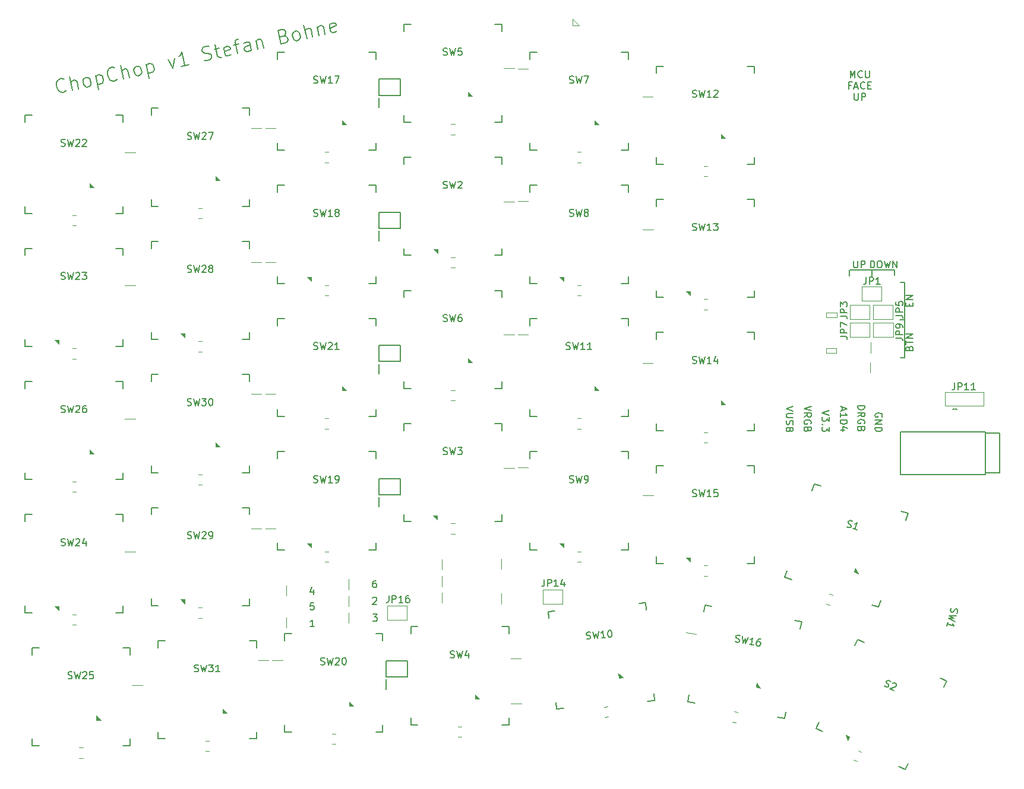
<source format=gbr>
%TF.GenerationSoftware,KiCad,Pcbnew,(6.0.0)*%
%TF.CreationDate,2022-05-14T17:53:23+09:00*%
%TF.ProjectId,brimstone2b,6272696d-7374-46f6-9e65-32622e6b6963,rev?*%
%TF.SameCoordinates,Original*%
%TF.FileFunction,Legend,Top*%
%TF.FilePolarity,Positive*%
%FSLAX46Y46*%
G04 Gerber Fmt 4.6, Leading zero omitted, Abs format (unit mm)*
G04 Created by KiCad (PCBNEW (6.0.0)) date 2022-05-14 17:53:23*
%MOMM*%
%LPD*%
G01*
G04 APERTURE LIST*
%ADD10C,0.150000*%
%ADD11C,0.200000*%
%ADD12C,0.120000*%
%ADD13C,0.100000*%
G04 APERTURE END LIST*
D10*
X189065000Y-83127049D02*
X189065000Y-88527049D01*
X181220000Y-76837049D02*
X181220000Y-75977049D01*
X184390000Y-76827049D02*
X184390000Y-75967049D01*
X181240000Y-75977049D02*
X184420000Y-75977049D01*
X189035000Y-83137049D02*
X188375000Y-83137049D01*
X184410000Y-75967049D02*
X187590000Y-75967049D01*
X188445000Y-77737049D02*
X189035000Y-77737049D01*
X188475000Y-83127049D02*
X189065000Y-83127049D01*
X189035000Y-77737049D02*
X189035000Y-83137049D01*
X188465000Y-88537049D02*
X189055000Y-88537049D01*
X187590000Y-75967049D02*
X187590000Y-76767049D01*
X184420000Y-75977049D02*
X184420000Y-76777049D01*
X113244285Y-122807619D02*
X113291904Y-122760000D01*
X113387142Y-122712380D01*
X113625238Y-122712380D01*
X113720476Y-122760000D01*
X113768095Y-122807619D01*
X113815714Y-122902857D01*
X113815714Y-122998095D01*
X113768095Y-123140952D01*
X113196666Y-123712380D01*
X113815714Y-123712380D01*
X184209047Y-75679429D02*
X184209047Y-74679429D01*
X184447142Y-74679429D01*
X184590000Y-74727049D01*
X184685238Y-74822287D01*
X184732857Y-74917525D01*
X184780476Y-75108001D01*
X184780476Y-75250858D01*
X184732857Y-75441334D01*
X184685238Y-75536572D01*
X184590000Y-75631810D01*
X184447142Y-75679429D01*
X184209047Y-75679429D01*
X185399523Y-74679429D02*
X185590000Y-74679429D01*
X185685238Y-74727049D01*
X185780476Y-74822287D01*
X185828095Y-75012763D01*
X185828095Y-75346096D01*
X185780476Y-75536572D01*
X185685238Y-75631810D01*
X185590000Y-75679429D01*
X185399523Y-75679429D01*
X185304285Y-75631810D01*
X185209047Y-75536572D01*
X185161428Y-75346096D01*
X185161428Y-75012763D01*
X185209047Y-74822287D01*
X185304285Y-74727049D01*
X185399523Y-74679429D01*
X186161428Y-74679429D02*
X186399523Y-75679429D01*
X186590000Y-74965144D01*
X186780476Y-75679429D01*
X187018571Y-74679429D01*
X187399523Y-75679429D02*
X187399523Y-74679429D01*
X187970952Y-75679429D01*
X187970952Y-74679429D01*
X104790476Y-121605714D02*
X104790476Y-122272380D01*
X104552380Y-121224761D02*
X104314285Y-121939047D01*
X104933333Y-121939047D01*
X181814285Y-74679429D02*
X181814285Y-75488953D01*
X181861904Y-75584191D01*
X181909523Y-75631810D01*
X182004761Y-75679429D01*
X182195238Y-75679429D01*
X182290476Y-75631810D01*
X182338095Y-75584191D01*
X182385714Y-75488953D01*
X182385714Y-74679429D01*
X182861904Y-75679429D02*
X182861904Y-74679429D01*
X183242857Y-74679429D01*
X183338095Y-74727049D01*
X183385714Y-74774668D01*
X183433333Y-74869906D01*
X183433333Y-75012763D01*
X183385714Y-75108001D01*
X183338095Y-75155620D01*
X183242857Y-75203239D01*
X182861904Y-75203239D01*
X181322857Y-48549429D02*
X181322857Y-47549429D01*
X181656190Y-48263715D01*
X181989523Y-47549429D01*
X181989523Y-48549429D01*
X183037142Y-48454191D02*
X182989523Y-48501810D01*
X182846666Y-48549429D01*
X182751428Y-48549429D01*
X182608571Y-48501810D01*
X182513333Y-48406572D01*
X182465714Y-48311334D01*
X182418095Y-48120858D01*
X182418095Y-47978001D01*
X182465714Y-47787525D01*
X182513333Y-47692287D01*
X182608571Y-47597049D01*
X182751428Y-47549429D01*
X182846666Y-47549429D01*
X182989523Y-47597049D01*
X183037142Y-47644668D01*
X183465714Y-47549429D02*
X183465714Y-48358953D01*
X183513333Y-48454191D01*
X183560952Y-48501810D01*
X183656190Y-48549429D01*
X183846666Y-48549429D01*
X183941904Y-48501810D01*
X183989523Y-48454191D01*
X184037142Y-48358953D01*
X184037142Y-47549429D01*
X181441904Y-49635620D02*
X181108571Y-49635620D01*
X181108571Y-50159429D02*
X181108571Y-49159429D01*
X181584761Y-49159429D01*
X181918095Y-49873715D02*
X182394285Y-49873715D01*
X181822857Y-50159429D02*
X182156190Y-49159429D01*
X182489523Y-50159429D01*
X183394285Y-50064191D02*
X183346666Y-50111810D01*
X183203809Y-50159429D01*
X183108571Y-50159429D01*
X182965714Y-50111810D01*
X182870476Y-50016572D01*
X182822857Y-49921334D01*
X182775238Y-49730858D01*
X182775238Y-49588001D01*
X182822857Y-49397525D01*
X182870476Y-49302287D01*
X182965714Y-49207049D01*
X183108571Y-49159429D01*
X183203809Y-49159429D01*
X183346666Y-49207049D01*
X183394285Y-49254668D01*
X183822857Y-49635620D02*
X184156190Y-49635620D01*
X184299047Y-50159429D02*
X183822857Y-50159429D01*
X183822857Y-49159429D01*
X184299047Y-49159429D01*
X181894285Y-50769429D02*
X181894285Y-51578953D01*
X181941904Y-51674191D01*
X181989523Y-51721810D01*
X182084761Y-51769429D01*
X182275238Y-51769429D01*
X182370476Y-51721810D01*
X182418095Y-51674191D01*
X182465714Y-51578953D01*
X182465714Y-50769429D01*
X182941904Y-51769429D02*
X182941904Y-50769429D01*
X183322857Y-50769429D01*
X183418095Y-50817049D01*
X183465714Y-50864668D01*
X183513333Y-50959906D01*
X183513333Y-51102763D01*
X183465714Y-51198001D01*
X183418095Y-51245620D01*
X183322857Y-51293239D01*
X182941904Y-51293239D01*
X113720476Y-120322380D02*
X113530000Y-120322380D01*
X113434761Y-120370000D01*
X113387142Y-120417619D01*
X113291904Y-120560476D01*
X113244285Y-120750952D01*
X113244285Y-121131904D01*
X113291904Y-121227142D01*
X113339523Y-121274761D01*
X113434761Y-121322380D01*
X113625238Y-121322380D01*
X113720476Y-121274761D01*
X113768095Y-121227142D01*
X113815714Y-121131904D01*
X113815714Y-120893809D01*
X113768095Y-120798571D01*
X113720476Y-120750952D01*
X113625238Y-120703333D01*
X113434761Y-120703333D01*
X113339523Y-120750952D01*
X113291904Y-120798571D01*
X113244285Y-120893809D01*
X189733571Y-87160382D02*
X189781190Y-87017525D01*
X189828809Y-86969906D01*
X189924047Y-86922287D01*
X190066904Y-86922287D01*
X190162142Y-86969906D01*
X190209761Y-87017525D01*
X190257380Y-87112763D01*
X190257380Y-87493715D01*
X189257380Y-87493715D01*
X189257380Y-87160382D01*
X189305000Y-87065144D01*
X189352619Y-87017525D01*
X189447857Y-86969906D01*
X189543095Y-86969906D01*
X189638333Y-87017525D01*
X189685952Y-87065144D01*
X189733571Y-87160382D01*
X189733571Y-87493715D01*
X189257380Y-86636572D02*
X189257380Y-86065144D01*
X190257380Y-86350858D02*
X189257380Y-86350858D01*
X190257380Y-85731810D02*
X189257380Y-85731810D01*
X190257380Y-85160382D01*
X189257380Y-85160382D01*
X113256666Y-125132380D02*
X113875714Y-125132380D01*
X113542380Y-125513333D01*
X113685238Y-125513333D01*
X113780476Y-125560952D01*
X113828095Y-125608571D01*
X113875714Y-125703809D01*
X113875714Y-125941904D01*
X113828095Y-126037142D01*
X113780476Y-126084761D01*
X113685238Y-126132380D01*
X113399523Y-126132380D01*
X113304285Y-126084761D01*
X113256666Y-126037142D01*
X69595504Y-50337675D02*
X69523137Y-50451269D01*
X69264809Y-50606090D01*
X69078847Y-50647316D01*
X68779292Y-50616176D01*
X68552105Y-50471441D01*
X68417897Y-50306093D01*
X68242464Y-49954784D01*
X68180624Y-49675843D01*
X68191151Y-49283307D01*
X68242905Y-49076733D01*
X68387640Y-48849545D01*
X68645968Y-48694724D01*
X68831929Y-48653498D01*
X69131484Y-48684638D01*
X69245078Y-48757006D01*
X70473556Y-50338117D02*
X70040677Y-48385525D01*
X71310381Y-50152597D02*
X71083635Y-49129811D01*
X70949428Y-48964463D01*
X70742853Y-48912709D01*
X70463912Y-48974549D01*
X70298564Y-49108756D01*
X70226196Y-49222350D01*
X72519129Y-49884624D02*
X72312554Y-49832870D01*
X72198960Y-49760503D01*
X72064753Y-49595155D01*
X71941073Y-49037272D01*
X71992827Y-48830697D01*
X72065195Y-48717104D01*
X72230542Y-48582896D01*
X72509484Y-48521056D01*
X72716059Y-48572810D01*
X72829652Y-48645178D01*
X72963860Y-48810526D01*
X73087539Y-49368409D01*
X73035785Y-49574983D01*
X72963418Y-49688577D01*
X72798070Y-49822784D01*
X72519129Y-49884624D01*
X73718232Y-48253084D02*
X74151111Y-50205676D01*
X73738845Y-48346064D02*
X73904193Y-48211857D01*
X74276115Y-48129404D01*
X74482689Y-48181158D01*
X74596283Y-48253525D01*
X74730490Y-48418873D01*
X74854170Y-48976756D01*
X74802416Y-49183331D01*
X74730049Y-49296925D01*
X74564701Y-49431132D01*
X74192779Y-49513585D01*
X73986204Y-49461831D01*
X76847989Y-48729838D02*
X76775622Y-48843432D01*
X76517293Y-48998253D01*
X76331332Y-49039479D01*
X76031777Y-49008339D01*
X75804589Y-48863604D01*
X75670382Y-48698256D01*
X75494948Y-48346947D01*
X75433108Y-48068005D01*
X75443636Y-47675470D01*
X75495390Y-47468895D01*
X75640124Y-47241708D01*
X75898453Y-47086887D01*
X76084414Y-47045661D01*
X76383969Y-47076801D01*
X76497563Y-47149169D01*
X77726041Y-48730280D02*
X77293161Y-46777688D01*
X78562866Y-48544760D02*
X78336119Y-47521974D01*
X78201912Y-47356626D01*
X77995338Y-47304872D01*
X77716396Y-47366712D01*
X77551048Y-47500919D01*
X77478681Y-47614513D01*
X79771613Y-48276787D02*
X79565039Y-48225033D01*
X79451445Y-48152666D01*
X79317238Y-47987318D01*
X79193558Y-47429435D01*
X79245312Y-47222860D01*
X79317679Y-47109266D01*
X79483027Y-46975059D01*
X79761969Y-46913219D01*
X79968543Y-46964973D01*
X80082137Y-47037341D01*
X80216344Y-47202688D01*
X80340024Y-47760572D01*
X80288270Y-47967146D01*
X80215903Y-48080740D01*
X80050555Y-48214947D01*
X79771613Y-48276787D01*
X80970716Y-46645246D02*
X81403595Y-48597838D01*
X80991329Y-46738227D02*
X81156677Y-46604020D01*
X81528600Y-46521567D01*
X81735174Y-46573321D01*
X81848768Y-46645688D01*
X81982975Y-46811036D01*
X82106655Y-47368919D01*
X82054901Y-47575494D01*
X81982534Y-47689088D01*
X81817186Y-47823295D01*
X81445263Y-47905748D01*
X81238689Y-47853994D01*
X84039075Y-45965008D02*
X84792564Y-47163669D01*
X84968881Y-45758875D01*
X87024098Y-46668950D02*
X85908331Y-46916310D01*
X86466214Y-46792630D02*
X86033335Y-44840038D01*
X85909214Y-45160206D01*
X85764479Y-45387394D01*
X85599131Y-45521601D01*
X89235018Y-46081250D02*
X89534573Y-46112391D01*
X89999476Y-46009325D01*
X90164824Y-45875117D01*
X90237191Y-45761524D01*
X90288945Y-45554949D01*
X90247719Y-45368988D01*
X90113511Y-45203640D01*
X89999918Y-45131273D01*
X89793343Y-45079519D01*
X89400808Y-45068991D01*
X89194233Y-45017238D01*
X89080639Y-44944870D01*
X88946432Y-44779522D01*
X88905205Y-44593561D01*
X88956959Y-44386987D01*
X89029327Y-44273393D01*
X89194675Y-44139186D01*
X89659577Y-44036119D01*
X89959132Y-44067260D01*
X90640696Y-44501464D02*
X91384540Y-44336557D01*
X90775344Y-43788760D02*
X91146384Y-45462410D01*
X91280591Y-45627758D01*
X91487165Y-45679512D01*
X91673126Y-45638285D01*
X93047222Y-45236105D02*
X92881874Y-45370312D01*
X92509952Y-45452766D01*
X92303377Y-45401012D01*
X92169170Y-45235664D01*
X92004264Y-44491819D01*
X92056018Y-44285245D01*
X92221365Y-44151038D01*
X92593288Y-44068584D01*
X92799862Y-44120338D01*
X92934069Y-44285686D01*
X92975296Y-44471647D01*
X92086717Y-44863741D01*
X93430113Y-43883065D02*
X94173957Y-43718158D01*
X93997641Y-45122953D02*
X93626601Y-43449303D01*
X93678355Y-43242728D01*
X93843703Y-43108521D01*
X94029664Y-43067294D01*
X95950233Y-44690074D02*
X95723486Y-43667287D01*
X95589279Y-43501939D01*
X95382705Y-43450185D01*
X95010783Y-43532639D01*
X94845435Y-43666846D01*
X95929619Y-44597093D02*
X95764272Y-44731300D01*
X95299369Y-44834367D01*
X95092794Y-44782613D01*
X94958587Y-44617265D01*
X94917361Y-44431304D01*
X94969115Y-44224729D01*
X95134462Y-44090522D01*
X95599365Y-43987456D01*
X95764713Y-43853248D01*
X96591452Y-43182213D02*
X96880038Y-44483941D01*
X96632679Y-43368174D02*
X96705046Y-43254580D01*
X96870394Y-43120373D01*
X97149336Y-43058533D01*
X97355910Y-43110287D01*
X97490117Y-43275635D01*
X97716864Y-44298421D01*
X100558476Y-42595396D02*
X100858031Y-42626537D01*
X100971625Y-42698904D01*
X101105832Y-42864252D01*
X101167672Y-43143193D01*
X101115918Y-43349768D01*
X101043551Y-43463362D01*
X100878203Y-43597569D01*
X100134358Y-43762475D01*
X99701479Y-41809883D01*
X100352343Y-41665590D01*
X100558918Y-41717344D01*
X100672512Y-41789711D01*
X100806719Y-41955059D01*
X100847945Y-42141020D01*
X100796191Y-42347595D01*
X100723824Y-42461189D01*
X100558476Y-42595396D01*
X99907612Y-42739689D01*
X102365892Y-43267756D02*
X102159318Y-43216002D01*
X102045724Y-43143635D01*
X101911517Y-42978287D01*
X101787837Y-42420404D01*
X101839591Y-42213829D01*
X101911958Y-42100235D01*
X102077306Y-41966028D01*
X102356248Y-41904188D01*
X102562822Y-41955942D01*
X102676416Y-42028310D01*
X102810623Y-42193657D01*
X102934303Y-42751541D01*
X102882549Y-42958115D01*
X102810182Y-43071709D01*
X102644834Y-43205916D01*
X102365892Y-43267756D01*
X103853581Y-42937943D02*
X103420702Y-40985351D01*
X104690407Y-42752424D02*
X104463660Y-41729637D01*
X104329453Y-41564290D01*
X104122879Y-41512536D01*
X103843937Y-41574376D01*
X103678589Y-41708583D01*
X103606222Y-41822177D01*
X105331626Y-41244563D02*
X105620212Y-42546291D01*
X105372853Y-41430524D02*
X105445220Y-41316930D01*
X105610568Y-41182723D01*
X105889510Y-41120883D01*
X106096084Y-41172637D01*
X106230291Y-41337985D01*
X106457037Y-42360771D01*
X108110074Y-41896751D02*
X107944727Y-42030958D01*
X107572804Y-42113412D01*
X107366230Y-42061658D01*
X107232023Y-41896310D01*
X107067116Y-41152465D01*
X107118870Y-40945891D01*
X107284218Y-40811684D01*
X107656140Y-40729230D01*
X107862715Y-40780984D01*
X107996922Y-40946332D01*
X108038149Y-41132293D01*
X107149569Y-41524387D01*
X104925714Y-126902380D02*
X104354285Y-126902380D01*
X104640000Y-126902380D02*
X104640000Y-125902380D01*
X104544761Y-126045238D01*
X104449523Y-126140476D01*
X104354285Y-126188095D01*
X104848095Y-123492380D02*
X104371904Y-123492380D01*
X104324285Y-123968571D01*
X104371904Y-123920952D01*
X104467142Y-123873333D01*
X104705238Y-123873333D01*
X104800476Y-123920952D01*
X104848095Y-123968571D01*
X104895714Y-124063809D01*
X104895714Y-124301904D01*
X104848095Y-124397142D01*
X104800476Y-124444761D01*
X104705238Y-124492380D01*
X104467142Y-124492380D01*
X104371904Y-124444761D01*
X104324285Y-124397142D01*
X189713571Y-81115144D02*
X189713571Y-80781810D01*
X190237380Y-80638953D02*
X190237380Y-81115144D01*
X189237380Y-81115144D01*
X189237380Y-80638953D01*
X190237380Y-80210382D02*
X189237380Y-80210382D01*
X190237380Y-79638953D01*
X189237380Y-79638953D01*
%TO.C,SW8*%
X141306666Y-68291810D02*
X141449523Y-68339429D01*
X141687619Y-68339429D01*
X141782857Y-68291810D01*
X141830476Y-68244191D01*
X141878095Y-68148953D01*
X141878095Y-68053715D01*
X141830476Y-67958477D01*
X141782857Y-67910858D01*
X141687619Y-67863239D01*
X141497142Y-67815620D01*
X141401904Y-67768001D01*
X141354285Y-67720382D01*
X141306666Y-67625144D01*
X141306666Y-67529906D01*
X141354285Y-67434668D01*
X141401904Y-67387049D01*
X141497142Y-67339429D01*
X141735238Y-67339429D01*
X141878095Y-67387049D01*
X142211428Y-67339429D02*
X142449523Y-68339429D01*
X142640000Y-67625144D01*
X142830476Y-68339429D01*
X143068571Y-67339429D01*
X143592380Y-67768001D02*
X143497142Y-67720382D01*
X143449523Y-67672763D01*
X143401904Y-67577525D01*
X143401904Y-67529906D01*
X143449523Y-67434668D01*
X143497142Y-67387049D01*
X143592380Y-67339429D01*
X143782857Y-67339429D01*
X143878095Y-67387049D01*
X143925714Y-67434668D01*
X143973333Y-67529906D01*
X143973333Y-67577525D01*
X143925714Y-67672763D01*
X143878095Y-67720382D01*
X143782857Y-67768001D01*
X143592380Y-67768001D01*
X143497142Y-67815620D01*
X143449523Y-67863239D01*
X143401904Y-67958477D01*
X143401904Y-68148953D01*
X143449523Y-68244191D01*
X143497142Y-68291810D01*
X143592380Y-68339429D01*
X143782857Y-68339429D01*
X143878095Y-68291810D01*
X143925714Y-68244191D01*
X143973333Y-68148953D01*
X143973333Y-67958477D01*
X143925714Y-67863239D01*
X143878095Y-67815620D01*
X143782857Y-67768001D01*
%TO.C,SW31*%
X87830476Y-133291810D02*
X87973333Y-133339429D01*
X88211428Y-133339429D01*
X88306666Y-133291810D01*
X88354285Y-133244191D01*
X88401904Y-133148953D01*
X88401904Y-133053715D01*
X88354285Y-132958477D01*
X88306666Y-132910858D01*
X88211428Y-132863239D01*
X88020952Y-132815620D01*
X87925714Y-132768001D01*
X87878095Y-132720382D01*
X87830476Y-132625144D01*
X87830476Y-132529906D01*
X87878095Y-132434668D01*
X87925714Y-132387049D01*
X88020952Y-132339429D01*
X88259047Y-132339429D01*
X88401904Y-132387049D01*
X88735238Y-132339429D02*
X88973333Y-133339429D01*
X89163809Y-132625144D01*
X89354285Y-133339429D01*
X89592380Y-132339429D01*
X89878095Y-132339429D02*
X90497142Y-132339429D01*
X90163809Y-132720382D01*
X90306666Y-132720382D01*
X90401904Y-132768001D01*
X90449523Y-132815620D01*
X90497142Y-132910858D01*
X90497142Y-133148953D01*
X90449523Y-133244191D01*
X90401904Y-133291810D01*
X90306666Y-133339429D01*
X90020952Y-133339429D01*
X89925714Y-133291810D01*
X89878095Y-133244191D01*
X91449523Y-133339429D02*
X90878095Y-133339429D01*
X91163809Y-133339429D02*
X91163809Y-132339429D01*
X91068571Y-132482287D01*
X90973333Y-132577525D01*
X90878095Y-132625144D01*
%TO.C,SW17*%
X104830476Y-49291810D02*
X104973333Y-49339429D01*
X105211428Y-49339429D01*
X105306666Y-49291810D01*
X105354285Y-49244191D01*
X105401904Y-49148953D01*
X105401904Y-49053715D01*
X105354285Y-48958477D01*
X105306666Y-48910858D01*
X105211428Y-48863239D01*
X105020952Y-48815620D01*
X104925714Y-48768001D01*
X104878095Y-48720382D01*
X104830476Y-48625144D01*
X104830476Y-48529906D01*
X104878095Y-48434668D01*
X104925714Y-48387049D01*
X105020952Y-48339429D01*
X105259047Y-48339429D01*
X105401904Y-48387049D01*
X105735238Y-48339429D02*
X105973333Y-49339429D01*
X106163809Y-48625144D01*
X106354285Y-49339429D01*
X106592380Y-48339429D01*
X107497142Y-49339429D02*
X106925714Y-49339429D01*
X107211428Y-49339429D02*
X107211428Y-48339429D01*
X107116190Y-48482287D01*
X107020952Y-48577525D01*
X106925714Y-48625144D01*
X107830476Y-48339429D02*
X108497142Y-48339429D01*
X108068571Y-49339429D01*
%TO.C,JP9*%
X187802380Y-85710382D02*
X188516666Y-85710382D01*
X188659523Y-85758001D01*
X188754761Y-85853239D01*
X188802380Y-85996096D01*
X188802380Y-86091334D01*
X188802380Y-85234191D02*
X187802380Y-85234191D01*
X187802380Y-84853239D01*
X187850000Y-84758001D01*
X187897619Y-84710382D01*
X187992857Y-84662763D01*
X188135714Y-84662763D01*
X188230952Y-84710382D01*
X188278571Y-84758001D01*
X188326190Y-84853239D01*
X188326190Y-85234191D01*
X188802380Y-84186572D02*
X188802380Y-83996096D01*
X188754761Y-83900858D01*
X188707142Y-83853239D01*
X188564285Y-83758001D01*
X188373809Y-83710382D01*
X187992857Y-83710382D01*
X187897619Y-83758001D01*
X187850000Y-83805620D01*
X187802380Y-83900858D01*
X187802380Y-84091334D01*
X187850000Y-84186572D01*
X187897619Y-84234191D01*
X187992857Y-84281810D01*
X188230952Y-84281810D01*
X188326190Y-84234191D01*
X188373809Y-84186572D01*
X188421428Y-84091334D01*
X188421428Y-83900858D01*
X188373809Y-83805620D01*
X188326190Y-83758001D01*
X188230952Y-83710382D01*
%TO.C,SW9*%
X141306666Y-106291810D02*
X141449523Y-106339429D01*
X141687619Y-106339429D01*
X141782857Y-106291810D01*
X141830476Y-106244191D01*
X141878095Y-106148953D01*
X141878095Y-106053715D01*
X141830476Y-105958477D01*
X141782857Y-105910858D01*
X141687619Y-105863239D01*
X141497142Y-105815620D01*
X141401904Y-105768001D01*
X141354285Y-105720382D01*
X141306666Y-105625144D01*
X141306666Y-105529906D01*
X141354285Y-105434668D01*
X141401904Y-105387049D01*
X141497142Y-105339429D01*
X141735238Y-105339429D01*
X141878095Y-105387049D01*
X142211428Y-105339429D02*
X142449523Y-106339429D01*
X142640000Y-105625144D01*
X142830476Y-106339429D01*
X143068571Y-105339429D01*
X143497142Y-106339429D02*
X143687619Y-106339429D01*
X143782857Y-106291810D01*
X143830476Y-106244191D01*
X143925714Y-106101334D01*
X143973333Y-105910858D01*
X143973333Y-105529906D01*
X143925714Y-105434668D01*
X143878095Y-105387049D01*
X143782857Y-105339429D01*
X143592380Y-105339429D01*
X143497142Y-105387049D01*
X143449523Y-105434668D01*
X143401904Y-105529906D01*
X143401904Y-105768001D01*
X143449523Y-105863239D01*
X143497142Y-105910858D01*
X143592380Y-105958477D01*
X143782857Y-105958477D01*
X143878095Y-105910858D01*
X143925714Y-105863239D01*
X143973333Y-105768001D01*
%TO.C,SW18*%
X104830476Y-68291810D02*
X104973333Y-68339429D01*
X105211428Y-68339429D01*
X105306666Y-68291810D01*
X105354285Y-68244191D01*
X105401904Y-68148953D01*
X105401904Y-68053715D01*
X105354285Y-67958477D01*
X105306666Y-67910858D01*
X105211428Y-67863239D01*
X105020952Y-67815620D01*
X104925714Y-67768001D01*
X104878095Y-67720382D01*
X104830476Y-67625144D01*
X104830476Y-67529906D01*
X104878095Y-67434668D01*
X104925714Y-67387049D01*
X105020952Y-67339429D01*
X105259047Y-67339429D01*
X105401904Y-67387049D01*
X105735238Y-67339429D02*
X105973333Y-68339429D01*
X106163809Y-67625144D01*
X106354285Y-68339429D01*
X106592380Y-67339429D01*
X107497142Y-68339429D02*
X106925714Y-68339429D01*
X107211428Y-68339429D02*
X107211428Y-67339429D01*
X107116190Y-67482287D01*
X107020952Y-67577525D01*
X106925714Y-67625144D01*
X108068571Y-67768001D02*
X107973333Y-67720382D01*
X107925714Y-67672763D01*
X107878095Y-67577525D01*
X107878095Y-67529906D01*
X107925714Y-67434668D01*
X107973333Y-67387049D01*
X108068571Y-67339429D01*
X108259047Y-67339429D01*
X108354285Y-67387049D01*
X108401904Y-67434668D01*
X108449523Y-67529906D01*
X108449523Y-67577525D01*
X108401904Y-67672763D01*
X108354285Y-67720382D01*
X108259047Y-67768001D01*
X108068571Y-67768001D01*
X107973333Y-67815620D01*
X107925714Y-67863239D01*
X107878095Y-67958477D01*
X107878095Y-68148953D01*
X107925714Y-68244191D01*
X107973333Y-68291810D01*
X108068571Y-68339429D01*
X108259047Y-68339429D01*
X108354285Y-68291810D01*
X108401904Y-68244191D01*
X108449523Y-68148953D01*
X108449523Y-67958477D01*
X108401904Y-67863239D01*
X108354285Y-67815620D01*
X108259047Y-67768001D01*
%TO.C,JP5*%
X187812380Y-82480382D02*
X188526666Y-82480382D01*
X188669523Y-82528001D01*
X188764761Y-82623239D01*
X188812380Y-82766096D01*
X188812380Y-82861334D01*
X188812380Y-82004191D02*
X187812380Y-82004191D01*
X187812380Y-81623239D01*
X187860000Y-81528001D01*
X187907619Y-81480382D01*
X188002857Y-81432763D01*
X188145714Y-81432763D01*
X188240952Y-81480382D01*
X188288571Y-81528001D01*
X188336190Y-81623239D01*
X188336190Y-82004191D01*
X187812380Y-80528001D02*
X187812380Y-81004191D01*
X188288571Y-81051810D01*
X188240952Y-81004191D01*
X188193333Y-80908953D01*
X188193333Y-80670858D01*
X188240952Y-80575620D01*
X188288571Y-80528001D01*
X188383809Y-80480382D01*
X188621904Y-80480382D01*
X188717142Y-80528001D01*
X188764761Y-80575620D01*
X188812380Y-80670858D01*
X188812380Y-80908953D01*
X188764761Y-81004191D01*
X188717142Y-81051810D01*
%TO.C,JP14*%
X137690476Y-120149429D02*
X137690476Y-120863715D01*
X137642857Y-121006572D01*
X137547619Y-121101810D01*
X137404761Y-121149429D01*
X137309523Y-121149429D01*
X138166666Y-121149429D02*
X138166666Y-120149429D01*
X138547619Y-120149429D01*
X138642857Y-120197049D01*
X138690476Y-120244668D01*
X138738095Y-120339906D01*
X138738095Y-120482763D01*
X138690476Y-120578001D01*
X138642857Y-120625620D01*
X138547619Y-120673239D01*
X138166666Y-120673239D01*
X139690476Y-121149429D02*
X139119047Y-121149429D01*
X139404761Y-121149429D02*
X139404761Y-120149429D01*
X139309523Y-120292287D01*
X139214285Y-120387525D01*
X139119047Y-120435144D01*
X140547619Y-120482763D02*
X140547619Y-121149429D01*
X140309523Y-120101810D02*
X140071428Y-120816096D01*
X140690476Y-120816096D01*
%TO.C,SW23*%
X68830476Y-77291810D02*
X68973333Y-77339429D01*
X69211428Y-77339429D01*
X69306666Y-77291810D01*
X69354285Y-77244191D01*
X69401904Y-77148953D01*
X69401904Y-77053715D01*
X69354285Y-76958477D01*
X69306666Y-76910858D01*
X69211428Y-76863239D01*
X69020952Y-76815620D01*
X68925714Y-76768001D01*
X68878095Y-76720382D01*
X68830476Y-76625144D01*
X68830476Y-76529906D01*
X68878095Y-76434668D01*
X68925714Y-76387049D01*
X69020952Y-76339429D01*
X69259047Y-76339429D01*
X69401904Y-76387049D01*
X69735238Y-76339429D02*
X69973333Y-77339429D01*
X70163809Y-76625144D01*
X70354285Y-77339429D01*
X70592380Y-76339429D01*
X70925714Y-76434668D02*
X70973333Y-76387049D01*
X71068571Y-76339429D01*
X71306666Y-76339429D01*
X71401904Y-76387049D01*
X71449523Y-76434668D01*
X71497142Y-76529906D01*
X71497142Y-76625144D01*
X71449523Y-76768001D01*
X70878095Y-77339429D01*
X71497142Y-77339429D01*
X71830476Y-76339429D02*
X72449523Y-76339429D01*
X72116190Y-76720382D01*
X72259047Y-76720382D01*
X72354285Y-76768001D01*
X72401904Y-76815620D01*
X72449523Y-76910858D01*
X72449523Y-77148953D01*
X72401904Y-77244191D01*
X72354285Y-77291810D01*
X72259047Y-77339429D01*
X71973333Y-77339429D01*
X71878095Y-77291810D01*
X71830476Y-77244191D01*
%TO.C,SW15*%
X158830476Y-108291810D02*
X158973333Y-108339429D01*
X159211428Y-108339429D01*
X159306666Y-108291810D01*
X159354285Y-108244191D01*
X159401904Y-108148953D01*
X159401904Y-108053715D01*
X159354285Y-107958477D01*
X159306666Y-107910858D01*
X159211428Y-107863239D01*
X159020952Y-107815620D01*
X158925714Y-107768001D01*
X158878095Y-107720382D01*
X158830476Y-107625144D01*
X158830476Y-107529906D01*
X158878095Y-107434668D01*
X158925714Y-107387049D01*
X159020952Y-107339429D01*
X159259047Y-107339429D01*
X159401904Y-107387049D01*
X159735238Y-107339429D02*
X159973333Y-108339429D01*
X160163809Y-107625144D01*
X160354285Y-108339429D01*
X160592380Y-107339429D01*
X161497142Y-108339429D02*
X160925714Y-108339429D01*
X161211428Y-108339429D02*
X161211428Y-107339429D01*
X161116190Y-107482287D01*
X161020952Y-107577525D01*
X160925714Y-107625144D01*
X162401904Y-107339429D02*
X161925714Y-107339429D01*
X161878095Y-107815620D01*
X161925714Y-107768001D01*
X162020952Y-107720382D01*
X162259047Y-107720382D01*
X162354285Y-107768001D01*
X162401904Y-107815620D01*
X162449523Y-107910858D01*
X162449523Y-108148953D01*
X162401904Y-108244191D01*
X162354285Y-108291810D01*
X162259047Y-108339429D01*
X162020952Y-108339429D01*
X161925714Y-108291810D01*
X161878095Y-108244191D01*
%TO.C,SW16*%
X164912553Y-129012112D02*
X165044971Y-129083814D01*
X165279449Y-129125159D01*
X165381509Y-129094801D01*
X165436674Y-129056175D01*
X165500107Y-128970652D01*
X165516645Y-128876861D01*
X165486288Y-128774801D01*
X165447661Y-128719636D01*
X165362139Y-128656203D01*
X165182825Y-128576231D01*
X165097303Y-128512798D01*
X165058676Y-128457633D01*
X165028319Y-128355573D01*
X165044857Y-128261782D01*
X165108290Y-128176260D01*
X165163455Y-128137633D01*
X165265515Y-128107275D01*
X165499993Y-128148620D01*
X165632411Y-128220323D01*
X165968949Y-128231310D02*
X166029779Y-129257462D01*
X166341396Y-128587104D01*
X166404944Y-129323614D01*
X166813070Y-128380151D01*
X167530438Y-129522069D02*
X166967691Y-129422842D01*
X167249065Y-129472455D02*
X167422713Y-128487648D01*
X167304115Y-128611796D01*
X167193786Y-128689050D01*
X167091725Y-128719407D01*
X168548207Y-128686103D02*
X168360625Y-128653027D01*
X168258565Y-128683384D01*
X168203400Y-128722011D01*
X168084802Y-128846160D01*
X168004831Y-129025473D01*
X167938679Y-129400638D01*
X167969037Y-129502698D01*
X168007663Y-129557863D01*
X168093186Y-129621297D01*
X168280768Y-129654372D01*
X168382828Y-129624015D01*
X168437993Y-129585388D01*
X168501426Y-129499866D01*
X168542771Y-129265388D01*
X168512413Y-129163328D01*
X168473787Y-129108163D01*
X168388265Y-129044730D01*
X168200682Y-129011654D01*
X168098622Y-129042011D01*
X168043457Y-129080638D01*
X167980024Y-129166160D01*
%TO.C,SW7*%
X141306666Y-49291810D02*
X141449523Y-49339429D01*
X141687619Y-49339429D01*
X141782857Y-49291810D01*
X141830476Y-49244191D01*
X141878095Y-49148953D01*
X141878095Y-49053715D01*
X141830476Y-48958477D01*
X141782857Y-48910858D01*
X141687619Y-48863239D01*
X141497142Y-48815620D01*
X141401904Y-48768001D01*
X141354285Y-48720382D01*
X141306666Y-48625144D01*
X141306666Y-48529906D01*
X141354285Y-48434668D01*
X141401904Y-48387049D01*
X141497142Y-48339429D01*
X141735238Y-48339429D01*
X141878095Y-48387049D01*
X142211428Y-48339429D02*
X142449523Y-49339429D01*
X142640000Y-48625144D01*
X142830476Y-49339429D01*
X143068571Y-48339429D01*
X143354285Y-48339429D02*
X144020952Y-48339429D01*
X143592380Y-49339429D01*
%TO.C,JP3*%
X179892380Y-82580382D02*
X180606666Y-82580382D01*
X180749523Y-82628001D01*
X180844761Y-82723239D01*
X180892380Y-82866096D01*
X180892380Y-82961334D01*
X180892380Y-82104191D02*
X179892380Y-82104191D01*
X179892380Y-81723239D01*
X179940000Y-81628001D01*
X179987619Y-81580382D01*
X180082857Y-81532763D01*
X180225714Y-81532763D01*
X180320952Y-81580382D01*
X180368571Y-81628001D01*
X180416190Y-81723239D01*
X180416190Y-82104191D01*
X179892380Y-81199429D02*
X179892380Y-80580382D01*
X180273333Y-80913715D01*
X180273333Y-80770858D01*
X180320952Y-80675620D01*
X180368571Y-80628001D01*
X180463809Y-80580382D01*
X180701904Y-80580382D01*
X180797142Y-80628001D01*
X180844761Y-80675620D01*
X180892380Y-80770858D01*
X180892380Y-81056572D01*
X180844761Y-81151810D01*
X180797142Y-81199429D01*
%TO.C,JP11*%
X196190476Y-92109429D02*
X196190476Y-92823715D01*
X196142857Y-92966572D01*
X196047619Y-93061810D01*
X195904761Y-93109429D01*
X195809523Y-93109429D01*
X196666666Y-93109429D02*
X196666666Y-92109429D01*
X197047619Y-92109429D01*
X197142857Y-92157049D01*
X197190476Y-92204668D01*
X197238095Y-92299906D01*
X197238095Y-92442763D01*
X197190476Y-92538001D01*
X197142857Y-92585620D01*
X197047619Y-92633239D01*
X196666666Y-92633239D01*
X198190476Y-93109429D02*
X197619047Y-93109429D01*
X197904761Y-93109429D02*
X197904761Y-92109429D01*
X197809523Y-92252287D01*
X197714285Y-92347525D01*
X197619047Y-92395144D01*
X199142857Y-93109429D02*
X198571428Y-93109429D01*
X198857142Y-93109429D02*
X198857142Y-92109429D01*
X198761904Y-92252287D01*
X198666666Y-92347525D01*
X198571428Y-92395144D01*
%TO.C,SW2*%
X123306666Y-64291810D02*
X123449523Y-64339429D01*
X123687619Y-64339429D01*
X123782857Y-64291810D01*
X123830476Y-64244191D01*
X123878095Y-64148953D01*
X123878095Y-64053715D01*
X123830476Y-63958477D01*
X123782857Y-63910858D01*
X123687619Y-63863239D01*
X123497142Y-63815620D01*
X123401904Y-63768001D01*
X123354285Y-63720382D01*
X123306666Y-63625144D01*
X123306666Y-63529906D01*
X123354285Y-63434668D01*
X123401904Y-63387049D01*
X123497142Y-63339429D01*
X123735238Y-63339429D01*
X123878095Y-63387049D01*
X124211428Y-63339429D02*
X124449523Y-64339429D01*
X124640000Y-63625144D01*
X124830476Y-64339429D01*
X125068571Y-63339429D01*
X125401904Y-63434668D02*
X125449523Y-63387049D01*
X125544761Y-63339429D01*
X125782857Y-63339429D01*
X125878095Y-63387049D01*
X125925714Y-63434668D01*
X125973333Y-63529906D01*
X125973333Y-63625144D01*
X125925714Y-63768001D01*
X125354285Y-64339429D01*
X125973333Y-64339429D01*
%TO.C,SW27*%
X86830476Y-57291810D02*
X86973333Y-57339429D01*
X87211428Y-57339429D01*
X87306666Y-57291810D01*
X87354285Y-57244191D01*
X87401904Y-57148953D01*
X87401904Y-57053715D01*
X87354285Y-56958477D01*
X87306666Y-56910858D01*
X87211428Y-56863239D01*
X87020952Y-56815620D01*
X86925714Y-56768001D01*
X86878095Y-56720382D01*
X86830476Y-56625144D01*
X86830476Y-56529906D01*
X86878095Y-56434668D01*
X86925714Y-56387049D01*
X87020952Y-56339429D01*
X87259047Y-56339429D01*
X87401904Y-56387049D01*
X87735238Y-56339429D02*
X87973333Y-57339429D01*
X88163809Y-56625144D01*
X88354285Y-57339429D01*
X88592380Y-56339429D01*
X88925714Y-56434668D02*
X88973333Y-56387049D01*
X89068571Y-56339429D01*
X89306666Y-56339429D01*
X89401904Y-56387049D01*
X89449523Y-56434668D01*
X89497142Y-56529906D01*
X89497142Y-56625144D01*
X89449523Y-56768001D01*
X88878095Y-57339429D01*
X89497142Y-57339429D01*
X89830476Y-56339429D02*
X90497142Y-56339429D01*
X90068571Y-57339429D01*
%TO.C,SW30*%
X86830476Y-95291810D02*
X86973333Y-95339429D01*
X87211428Y-95339429D01*
X87306666Y-95291810D01*
X87354285Y-95244191D01*
X87401904Y-95148953D01*
X87401904Y-95053715D01*
X87354285Y-94958477D01*
X87306666Y-94910858D01*
X87211428Y-94863239D01*
X87020952Y-94815620D01*
X86925714Y-94768001D01*
X86878095Y-94720382D01*
X86830476Y-94625144D01*
X86830476Y-94529906D01*
X86878095Y-94434668D01*
X86925714Y-94387049D01*
X87020952Y-94339429D01*
X87259047Y-94339429D01*
X87401904Y-94387049D01*
X87735238Y-94339429D02*
X87973333Y-95339429D01*
X88163809Y-94625144D01*
X88354285Y-95339429D01*
X88592380Y-94339429D01*
X88878095Y-94339429D02*
X89497142Y-94339429D01*
X89163809Y-94720382D01*
X89306666Y-94720382D01*
X89401904Y-94768001D01*
X89449523Y-94815620D01*
X89497142Y-94910858D01*
X89497142Y-95148953D01*
X89449523Y-95244191D01*
X89401904Y-95291810D01*
X89306666Y-95339429D01*
X89020952Y-95339429D01*
X88925714Y-95291810D01*
X88878095Y-95244191D01*
X90116190Y-94339429D02*
X90211428Y-94339429D01*
X90306666Y-94387049D01*
X90354285Y-94434668D01*
X90401904Y-94529906D01*
X90449523Y-94720382D01*
X90449523Y-94958477D01*
X90401904Y-95148953D01*
X90354285Y-95244191D01*
X90306666Y-95291810D01*
X90211428Y-95339429D01*
X90116190Y-95339429D01*
X90020952Y-95291810D01*
X89973333Y-95244191D01*
X89925714Y-95148953D01*
X89878095Y-94958477D01*
X89878095Y-94720382D01*
X89925714Y-94529906D01*
X89973333Y-94434668D01*
X90020952Y-94387049D01*
X90116190Y-94339429D01*
%TO.C,SW11*%
X140830476Y-87291810D02*
X140973333Y-87339429D01*
X141211428Y-87339429D01*
X141306666Y-87291810D01*
X141354285Y-87244191D01*
X141401904Y-87148953D01*
X141401904Y-87053715D01*
X141354285Y-86958477D01*
X141306666Y-86910858D01*
X141211428Y-86863239D01*
X141020952Y-86815620D01*
X140925714Y-86768001D01*
X140878095Y-86720382D01*
X140830476Y-86625144D01*
X140830476Y-86529906D01*
X140878095Y-86434668D01*
X140925714Y-86387049D01*
X141020952Y-86339429D01*
X141259047Y-86339429D01*
X141401904Y-86387049D01*
X141735238Y-86339429D02*
X141973333Y-87339429D01*
X142163809Y-86625144D01*
X142354285Y-87339429D01*
X142592380Y-86339429D01*
X143497142Y-87339429D02*
X142925714Y-87339429D01*
X143211428Y-87339429D02*
X143211428Y-86339429D01*
X143116190Y-86482287D01*
X143020952Y-86577525D01*
X142925714Y-86625144D01*
X144449523Y-87339429D02*
X143878095Y-87339429D01*
X144163809Y-87339429D02*
X144163809Y-86339429D01*
X144068571Y-86482287D01*
X143973333Y-86577525D01*
X143878095Y-86625144D01*
%TO.C,SW12*%
X158830476Y-51291810D02*
X158973333Y-51339429D01*
X159211428Y-51339429D01*
X159306666Y-51291810D01*
X159354285Y-51244191D01*
X159401904Y-51148953D01*
X159401904Y-51053715D01*
X159354285Y-50958477D01*
X159306666Y-50910858D01*
X159211428Y-50863239D01*
X159020952Y-50815620D01*
X158925714Y-50768001D01*
X158878095Y-50720382D01*
X158830476Y-50625144D01*
X158830476Y-50529906D01*
X158878095Y-50434668D01*
X158925714Y-50387049D01*
X159020952Y-50339429D01*
X159259047Y-50339429D01*
X159401904Y-50387049D01*
X159735238Y-50339429D02*
X159973333Y-51339429D01*
X160163809Y-50625144D01*
X160354285Y-51339429D01*
X160592380Y-50339429D01*
X161497142Y-51339429D02*
X160925714Y-51339429D01*
X161211428Y-51339429D02*
X161211428Y-50339429D01*
X161116190Y-50482287D01*
X161020952Y-50577525D01*
X160925714Y-50625144D01*
X161878095Y-50434668D02*
X161925714Y-50387049D01*
X162020952Y-50339429D01*
X162259047Y-50339429D01*
X162354285Y-50387049D01*
X162401904Y-50434668D01*
X162449523Y-50529906D01*
X162449523Y-50625144D01*
X162401904Y-50768001D01*
X161830476Y-51339429D01*
X162449523Y-51339429D01*
%TO.C,SW24*%
X68830476Y-115291810D02*
X68973333Y-115339429D01*
X69211428Y-115339429D01*
X69306666Y-115291810D01*
X69354285Y-115244191D01*
X69401904Y-115148953D01*
X69401904Y-115053715D01*
X69354285Y-114958477D01*
X69306666Y-114910858D01*
X69211428Y-114863239D01*
X69020952Y-114815620D01*
X68925714Y-114768001D01*
X68878095Y-114720382D01*
X68830476Y-114625144D01*
X68830476Y-114529906D01*
X68878095Y-114434668D01*
X68925714Y-114387049D01*
X69020952Y-114339429D01*
X69259047Y-114339429D01*
X69401904Y-114387049D01*
X69735238Y-114339429D02*
X69973333Y-115339429D01*
X70163809Y-114625144D01*
X70354285Y-115339429D01*
X70592380Y-114339429D01*
X70925714Y-114434668D02*
X70973333Y-114387049D01*
X71068571Y-114339429D01*
X71306666Y-114339429D01*
X71401904Y-114387049D01*
X71449523Y-114434668D01*
X71497142Y-114529906D01*
X71497142Y-114625144D01*
X71449523Y-114768001D01*
X70878095Y-115339429D01*
X71497142Y-115339429D01*
X72354285Y-114672763D02*
X72354285Y-115339429D01*
X72116190Y-114291810D02*
X71878095Y-115006096D01*
X72497142Y-115006096D01*
%TO.C,SW6*%
X123306666Y-83291810D02*
X123449523Y-83339429D01*
X123687619Y-83339429D01*
X123782857Y-83291810D01*
X123830476Y-83244191D01*
X123878095Y-83148953D01*
X123878095Y-83053715D01*
X123830476Y-82958477D01*
X123782857Y-82910858D01*
X123687619Y-82863239D01*
X123497142Y-82815620D01*
X123401904Y-82768001D01*
X123354285Y-82720382D01*
X123306666Y-82625144D01*
X123306666Y-82529906D01*
X123354285Y-82434668D01*
X123401904Y-82387049D01*
X123497142Y-82339429D01*
X123735238Y-82339429D01*
X123878095Y-82387049D01*
X124211428Y-82339429D02*
X124449523Y-83339429D01*
X124640000Y-82625144D01*
X124830476Y-83339429D01*
X125068571Y-82339429D01*
X125878095Y-82339429D02*
X125687619Y-82339429D01*
X125592380Y-82387049D01*
X125544761Y-82434668D01*
X125449523Y-82577525D01*
X125401904Y-82768001D01*
X125401904Y-83148953D01*
X125449523Y-83244191D01*
X125497142Y-83291810D01*
X125592380Y-83339429D01*
X125782857Y-83339429D01*
X125878095Y-83291810D01*
X125925714Y-83244191D01*
X125973333Y-83148953D01*
X125973333Y-82910858D01*
X125925714Y-82815620D01*
X125878095Y-82768001D01*
X125782857Y-82720382D01*
X125592380Y-82720382D01*
X125497142Y-82768001D01*
X125449523Y-82815620D01*
X125401904Y-82910858D01*
%TO.C,SW26*%
X68830476Y-96291810D02*
X68973333Y-96339429D01*
X69211428Y-96339429D01*
X69306666Y-96291810D01*
X69354285Y-96244191D01*
X69401904Y-96148953D01*
X69401904Y-96053715D01*
X69354285Y-95958477D01*
X69306666Y-95910858D01*
X69211428Y-95863239D01*
X69020952Y-95815620D01*
X68925714Y-95768001D01*
X68878095Y-95720382D01*
X68830476Y-95625144D01*
X68830476Y-95529906D01*
X68878095Y-95434668D01*
X68925714Y-95387049D01*
X69020952Y-95339429D01*
X69259047Y-95339429D01*
X69401904Y-95387049D01*
X69735238Y-95339429D02*
X69973333Y-96339429D01*
X70163809Y-95625144D01*
X70354285Y-96339429D01*
X70592380Y-95339429D01*
X70925714Y-95434668D02*
X70973333Y-95387049D01*
X71068571Y-95339429D01*
X71306666Y-95339429D01*
X71401904Y-95387049D01*
X71449523Y-95434668D01*
X71497142Y-95529906D01*
X71497142Y-95625144D01*
X71449523Y-95768001D01*
X70878095Y-96339429D01*
X71497142Y-96339429D01*
X72354285Y-95339429D02*
X72163809Y-95339429D01*
X72068571Y-95387049D01*
X72020952Y-95434668D01*
X71925714Y-95577525D01*
X71878095Y-95768001D01*
X71878095Y-96148953D01*
X71925714Y-96244191D01*
X71973333Y-96291810D01*
X72068571Y-96339429D01*
X72259047Y-96339429D01*
X72354285Y-96291810D01*
X72401904Y-96244191D01*
X72449523Y-96148953D01*
X72449523Y-95910858D01*
X72401904Y-95815620D01*
X72354285Y-95768001D01*
X72259047Y-95720382D01*
X72068571Y-95720382D01*
X71973333Y-95768001D01*
X71925714Y-95815620D01*
X71878095Y-95910858D01*
%TO.C,SW5*%
X123306666Y-45291810D02*
X123449523Y-45339429D01*
X123687619Y-45339429D01*
X123782857Y-45291810D01*
X123830476Y-45244191D01*
X123878095Y-45148953D01*
X123878095Y-45053715D01*
X123830476Y-44958477D01*
X123782857Y-44910858D01*
X123687619Y-44863239D01*
X123497142Y-44815620D01*
X123401904Y-44768001D01*
X123354285Y-44720382D01*
X123306666Y-44625144D01*
X123306666Y-44529906D01*
X123354285Y-44434668D01*
X123401904Y-44387049D01*
X123497142Y-44339429D01*
X123735238Y-44339429D01*
X123878095Y-44387049D01*
X124211428Y-44339429D02*
X124449523Y-45339429D01*
X124640000Y-44625144D01*
X124830476Y-45339429D01*
X125068571Y-44339429D01*
X125925714Y-44339429D02*
X125449523Y-44339429D01*
X125401904Y-44815620D01*
X125449523Y-44768001D01*
X125544761Y-44720382D01*
X125782857Y-44720382D01*
X125878095Y-44768001D01*
X125925714Y-44815620D01*
X125973333Y-44910858D01*
X125973333Y-45148953D01*
X125925714Y-45244191D01*
X125878095Y-45291810D01*
X125782857Y-45339429D01*
X125544761Y-45339429D01*
X125449523Y-45291810D01*
X125401904Y-45244191D01*
%TO.C,S2*%
X186176275Y-135332970D02*
X186285622Y-135436501D01*
X186501410Y-135537124D01*
X186607850Y-135534216D01*
X186671132Y-135511183D01*
X186754539Y-135444993D01*
X186794788Y-135358678D01*
X186791880Y-135252238D01*
X186768847Y-135188956D01*
X186702657Y-135105549D01*
X186550151Y-134981893D01*
X186483961Y-134898486D01*
X186460928Y-134835204D01*
X186458020Y-134728764D01*
X186498269Y-134642449D01*
X186581676Y-134576259D01*
X186644958Y-134553226D01*
X186751398Y-134550318D01*
X186967186Y-134650941D01*
X187076534Y-134754473D01*
X187401669Y-134958628D02*
X187464951Y-134935595D01*
X187571391Y-134932687D01*
X187787178Y-135033310D01*
X187853369Y-135116717D01*
X187876402Y-135179999D01*
X187879310Y-135286439D01*
X187839060Y-135372754D01*
X187735529Y-135482102D01*
X186976143Y-135758496D01*
X187537190Y-136020117D01*
%TO.C,SW29*%
X86830476Y-114291810D02*
X86973333Y-114339429D01*
X87211428Y-114339429D01*
X87306666Y-114291810D01*
X87354285Y-114244191D01*
X87401904Y-114148953D01*
X87401904Y-114053715D01*
X87354285Y-113958477D01*
X87306666Y-113910858D01*
X87211428Y-113863239D01*
X87020952Y-113815620D01*
X86925714Y-113768001D01*
X86878095Y-113720382D01*
X86830476Y-113625144D01*
X86830476Y-113529906D01*
X86878095Y-113434668D01*
X86925714Y-113387049D01*
X87020952Y-113339429D01*
X87259047Y-113339429D01*
X87401904Y-113387049D01*
X87735238Y-113339429D02*
X87973333Y-114339429D01*
X88163809Y-113625144D01*
X88354285Y-114339429D01*
X88592380Y-113339429D01*
X88925714Y-113434668D02*
X88973333Y-113387049D01*
X89068571Y-113339429D01*
X89306666Y-113339429D01*
X89401904Y-113387049D01*
X89449523Y-113434668D01*
X89497142Y-113529906D01*
X89497142Y-113625144D01*
X89449523Y-113768001D01*
X88878095Y-114339429D01*
X89497142Y-114339429D01*
X89973333Y-114339429D02*
X90163809Y-114339429D01*
X90259047Y-114291810D01*
X90306666Y-114244191D01*
X90401904Y-114101334D01*
X90449523Y-113910858D01*
X90449523Y-113529906D01*
X90401904Y-113434668D01*
X90354285Y-113387049D01*
X90259047Y-113339429D01*
X90068571Y-113339429D01*
X89973333Y-113387049D01*
X89925714Y-113434668D01*
X89878095Y-113529906D01*
X89878095Y-113768001D01*
X89925714Y-113863239D01*
X89973333Y-113910858D01*
X90068571Y-113958477D01*
X90259047Y-113958477D01*
X90354285Y-113910858D01*
X90401904Y-113863239D01*
X90449523Y-113768001D01*
%TO.C,SW19*%
X104830476Y-106291810D02*
X104973333Y-106339429D01*
X105211428Y-106339429D01*
X105306666Y-106291810D01*
X105354285Y-106244191D01*
X105401904Y-106148953D01*
X105401904Y-106053715D01*
X105354285Y-105958477D01*
X105306666Y-105910858D01*
X105211428Y-105863239D01*
X105020952Y-105815620D01*
X104925714Y-105768001D01*
X104878095Y-105720382D01*
X104830476Y-105625144D01*
X104830476Y-105529906D01*
X104878095Y-105434668D01*
X104925714Y-105387049D01*
X105020952Y-105339429D01*
X105259047Y-105339429D01*
X105401904Y-105387049D01*
X105735238Y-105339429D02*
X105973333Y-106339429D01*
X106163809Y-105625144D01*
X106354285Y-106339429D01*
X106592380Y-105339429D01*
X107497142Y-106339429D02*
X106925714Y-106339429D01*
X107211428Y-106339429D02*
X107211428Y-105339429D01*
X107116190Y-105482287D01*
X107020952Y-105577525D01*
X106925714Y-105625144D01*
X107973333Y-106339429D02*
X108163809Y-106339429D01*
X108259047Y-106291810D01*
X108306666Y-106244191D01*
X108401904Y-106101334D01*
X108449523Y-105910858D01*
X108449523Y-105529906D01*
X108401904Y-105434668D01*
X108354285Y-105387049D01*
X108259047Y-105339429D01*
X108068571Y-105339429D01*
X107973333Y-105387049D01*
X107925714Y-105434668D01*
X107878095Y-105529906D01*
X107878095Y-105768001D01*
X107925714Y-105863239D01*
X107973333Y-105910858D01*
X108068571Y-105958477D01*
X108259047Y-105958477D01*
X108354285Y-105910858D01*
X108401904Y-105863239D01*
X108449523Y-105768001D01*
%TO.C,SW21*%
X104830476Y-87291810D02*
X104973333Y-87339429D01*
X105211428Y-87339429D01*
X105306666Y-87291810D01*
X105354285Y-87244191D01*
X105401904Y-87148953D01*
X105401904Y-87053715D01*
X105354285Y-86958477D01*
X105306666Y-86910858D01*
X105211428Y-86863239D01*
X105020952Y-86815620D01*
X104925714Y-86768001D01*
X104878095Y-86720382D01*
X104830476Y-86625144D01*
X104830476Y-86529906D01*
X104878095Y-86434668D01*
X104925714Y-86387049D01*
X105020952Y-86339429D01*
X105259047Y-86339429D01*
X105401904Y-86387049D01*
X105735238Y-86339429D02*
X105973333Y-87339429D01*
X106163809Y-86625144D01*
X106354285Y-87339429D01*
X106592380Y-86339429D01*
X106925714Y-86434668D02*
X106973333Y-86387049D01*
X107068571Y-86339429D01*
X107306666Y-86339429D01*
X107401904Y-86387049D01*
X107449523Y-86434668D01*
X107497142Y-86529906D01*
X107497142Y-86625144D01*
X107449523Y-86768001D01*
X106878095Y-87339429D01*
X107497142Y-87339429D01*
X108449523Y-87339429D02*
X107878095Y-87339429D01*
X108163809Y-87339429D02*
X108163809Y-86339429D01*
X108068571Y-86482287D01*
X107973333Y-86577525D01*
X107878095Y-86625144D01*
%TO.C,SW28*%
X86830476Y-76291810D02*
X86973333Y-76339429D01*
X87211428Y-76339429D01*
X87306666Y-76291810D01*
X87354285Y-76244191D01*
X87401904Y-76148953D01*
X87401904Y-76053715D01*
X87354285Y-75958477D01*
X87306666Y-75910858D01*
X87211428Y-75863239D01*
X87020952Y-75815620D01*
X86925714Y-75768001D01*
X86878095Y-75720382D01*
X86830476Y-75625144D01*
X86830476Y-75529906D01*
X86878095Y-75434668D01*
X86925714Y-75387049D01*
X87020952Y-75339429D01*
X87259047Y-75339429D01*
X87401904Y-75387049D01*
X87735238Y-75339429D02*
X87973333Y-76339429D01*
X88163809Y-75625144D01*
X88354285Y-76339429D01*
X88592380Y-75339429D01*
X88925714Y-75434668D02*
X88973333Y-75387049D01*
X89068571Y-75339429D01*
X89306666Y-75339429D01*
X89401904Y-75387049D01*
X89449523Y-75434668D01*
X89497142Y-75529906D01*
X89497142Y-75625144D01*
X89449523Y-75768001D01*
X88878095Y-76339429D01*
X89497142Y-76339429D01*
X90068571Y-75768001D02*
X89973333Y-75720382D01*
X89925714Y-75672763D01*
X89878095Y-75577525D01*
X89878095Y-75529906D01*
X89925714Y-75434668D01*
X89973333Y-75387049D01*
X90068571Y-75339429D01*
X90259047Y-75339429D01*
X90354285Y-75387049D01*
X90401904Y-75434668D01*
X90449523Y-75529906D01*
X90449523Y-75577525D01*
X90401904Y-75672763D01*
X90354285Y-75720382D01*
X90259047Y-75768001D01*
X90068571Y-75768001D01*
X89973333Y-75815620D01*
X89925714Y-75863239D01*
X89878095Y-75958477D01*
X89878095Y-76148953D01*
X89925714Y-76244191D01*
X89973333Y-76291810D01*
X90068571Y-76339429D01*
X90259047Y-76339429D01*
X90354285Y-76291810D01*
X90401904Y-76244191D01*
X90449523Y-76148953D01*
X90449523Y-75958477D01*
X90401904Y-75863239D01*
X90354285Y-75815620D01*
X90259047Y-75768001D01*
%TO.C,SW25*%
X69830476Y-134291810D02*
X69973333Y-134339429D01*
X70211428Y-134339429D01*
X70306666Y-134291810D01*
X70354285Y-134244191D01*
X70401904Y-134148953D01*
X70401904Y-134053715D01*
X70354285Y-133958477D01*
X70306666Y-133910858D01*
X70211428Y-133863239D01*
X70020952Y-133815620D01*
X69925714Y-133768001D01*
X69878095Y-133720382D01*
X69830476Y-133625144D01*
X69830476Y-133529906D01*
X69878095Y-133434668D01*
X69925714Y-133387049D01*
X70020952Y-133339429D01*
X70259047Y-133339429D01*
X70401904Y-133387049D01*
X70735238Y-133339429D02*
X70973333Y-134339429D01*
X71163809Y-133625144D01*
X71354285Y-134339429D01*
X71592380Y-133339429D01*
X71925714Y-133434668D02*
X71973333Y-133387049D01*
X72068571Y-133339429D01*
X72306666Y-133339429D01*
X72401904Y-133387049D01*
X72449523Y-133434668D01*
X72497142Y-133529906D01*
X72497142Y-133625144D01*
X72449523Y-133768001D01*
X71878095Y-134339429D01*
X72497142Y-134339429D01*
X73401904Y-133339429D02*
X72925714Y-133339429D01*
X72878095Y-133815620D01*
X72925714Y-133768001D01*
X73020952Y-133720382D01*
X73259047Y-133720382D01*
X73354285Y-133768001D01*
X73401904Y-133815620D01*
X73449523Y-133910858D01*
X73449523Y-134148953D01*
X73401904Y-134244191D01*
X73354285Y-134291810D01*
X73259047Y-134339429D01*
X73020952Y-134339429D01*
X72925714Y-134291810D01*
X72878095Y-134244191D01*
%TO.C,U1*%
X173177619Y-95473715D02*
X172177619Y-95807049D01*
X173177619Y-96140382D01*
X173177619Y-96473715D02*
X172368095Y-96473715D01*
X172272857Y-96521334D01*
X172225238Y-96568953D01*
X172177619Y-96664191D01*
X172177619Y-96854668D01*
X172225238Y-96949906D01*
X172272857Y-96997525D01*
X172368095Y-97045144D01*
X173177619Y-97045144D01*
X172225238Y-97473715D02*
X172177619Y-97616572D01*
X172177619Y-97854668D01*
X172225238Y-97949906D01*
X172272857Y-97997525D01*
X172368095Y-98045144D01*
X172463333Y-98045144D01*
X172558571Y-97997525D01*
X172606190Y-97949906D01*
X172653809Y-97854668D01*
X172701428Y-97664191D01*
X172749047Y-97568953D01*
X172796666Y-97521334D01*
X172891904Y-97473715D01*
X172987142Y-97473715D01*
X173082380Y-97521334D01*
X173130000Y-97568953D01*
X173177619Y-97664191D01*
X173177619Y-97902287D01*
X173130000Y-98045144D01*
X172701428Y-98807049D02*
X172653809Y-98949906D01*
X172606190Y-98997525D01*
X172510952Y-99045144D01*
X172368095Y-99045144D01*
X172272857Y-98997525D01*
X172225238Y-98949906D01*
X172177619Y-98854668D01*
X172177619Y-98473715D01*
X173177619Y-98473715D01*
X173177619Y-98807049D01*
X173130000Y-98902287D01*
X173082380Y-98949906D01*
X172987142Y-98997525D01*
X172891904Y-98997525D01*
X172796666Y-98949906D01*
X172749047Y-98902287D01*
X172701428Y-98807049D01*
X172701428Y-98473715D01*
X178317619Y-96053239D02*
X177317619Y-96386572D01*
X178317619Y-96719906D01*
X178317619Y-96958001D02*
X178317619Y-97577049D01*
X177936666Y-97243715D01*
X177936666Y-97386572D01*
X177889047Y-97481810D01*
X177841428Y-97529429D01*
X177746190Y-97577049D01*
X177508095Y-97577049D01*
X177412857Y-97529429D01*
X177365238Y-97481810D01*
X177317619Y-97386572D01*
X177317619Y-97100858D01*
X177365238Y-97005620D01*
X177412857Y-96958001D01*
X177412857Y-98005620D02*
X177365238Y-98053239D01*
X177317619Y-98005620D01*
X177365238Y-97958001D01*
X177412857Y-98005620D01*
X177317619Y-98005620D01*
X178317619Y-98386572D02*
X178317619Y-99005620D01*
X177936666Y-98672287D01*
X177936666Y-98815144D01*
X177889047Y-98910382D01*
X177841428Y-98958001D01*
X177746190Y-99005620D01*
X177508095Y-99005620D01*
X177412857Y-98958001D01*
X177365238Y-98910382D01*
X177317619Y-98815144D01*
X177317619Y-98529429D01*
X177365238Y-98434191D01*
X177412857Y-98386572D01*
X175737619Y-95423715D02*
X174737619Y-95757049D01*
X175737619Y-96090382D01*
X174737619Y-96995144D02*
X175213809Y-96661810D01*
X174737619Y-96423715D02*
X175737619Y-96423715D01*
X175737619Y-96804668D01*
X175690000Y-96899906D01*
X175642380Y-96947525D01*
X175547142Y-96995144D01*
X175404285Y-96995144D01*
X175309047Y-96947525D01*
X175261428Y-96899906D01*
X175213809Y-96804668D01*
X175213809Y-96423715D01*
X175690000Y-97947525D02*
X175737619Y-97852287D01*
X175737619Y-97709429D01*
X175690000Y-97566572D01*
X175594761Y-97471334D01*
X175499523Y-97423715D01*
X175309047Y-97376096D01*
X175166190Y-97376096D01*
X174975714Y-97423715D01*
X174880476Y-97471334D01*
X174785238Y-97566572D01*
X174737619Y-97709429D01*
X174737619Y-97804668D01*
X174785238Y-97947525D01*
X174832857Y-97995144D01*
X175166190Y-97995144D01*
X175166190Y-97804668D01*
X175261428Y-98757049D02*
X175213809Y-98899906D01*
X175166190Y-98947525D01*
X175070952Y-98995144D01*
X174928095Y-98995144D01*
X174832857Y-98947525D01*
X174785238Y-98899906D01*
X174737619Y-98804668D01*
X174737619Y-98423715D01*
X175737619Y-98423715D01*
X175737619Y-98757049D01*
X175690000Y-98852287D01*
X175642380Y-98899906D01*
X175547142Y-98947525D01*
X175451904Y-98947525D01*
X175356666Y-98899906D01*
X175309047Y-98852287D01*
X175261428Y-98757049D01*
X175261428Y-98423715D01*
X182387619Y-95365144D02*
X183387619Y-95365144D01*
X183387619Y-95603239D01*
X183340000Y-95746096D01*
X183244761Y-95841334D01*
X183149523Y-95888953D01*
X182959047Y-95936572D01*
X182816190Y-95936572D01*
X182625714Y-95888953D01*
X182530476Y-95841334D01*
X182435238Y-95746096D01*
X182387619Y-95603239D01*
X182387619Y-95365144D01*
X182387619Y-96936572D02*
X182863809Y-96603239D01*
X182387619Y-96365144D02*
X183387619Y-96365144D01*
X183387619Y-96746096D01*
X183340000Y-96841334D01*
X183292380Y-96888953D01*
X183197142Y-96936572D01*
X183054285Y-96936572D01*
X182959047Y-96888953D01*
X182911428Y-96841334D01*
X182863809Y-96746096D01*
X182863809Y-96365144D01*
X183340000Y-97888953D02*
X183387619Y-97793715D01*
X183387619Y-97650858D01*
X183340000Y-97508001D01*
X183244761Y-97412763D01*
X183149523Y-97365144D01*
X182959047Y-97317525D01*
X182816190Y-97317525D01*
X182625714Y-97365144D01*
X182530476Y-97412763D01*
X182435238Y-97508001D01*
X182387619Y-97650858D01*
X182387619Y-97746096D01*
X182435238Y-97888953D01*
X182482857Y-97936572D01*
X182816190Y-97936572D01*
X182816190Y-97746096D01*
X182911428Y-98698477D02*
X182863809Y-98841334D01*
X182816190Y-98888953D01*
X182720952Y-98936572D01*
X182578095Y-98936572D01*
X182482857Y-98888953D01*
X182435238Y-98841334D01*
X182387619Y-98746096D01*
X182387619Y-98365144D01*
X183387619Y-98365144D01*
X183387619Y-98698477D01*
X183340000Y-98793715D01*
X183292380Y-98841334D01*
X183197142Y-98888953D01*
X183101904Y-98888953D01*
X183006666Y-98841334D01*
X182959047Y-98793715D01*
X182911428Y-98698477D01*
X182911428Y-98365144D01*
X185820000Y-96955144D02*
X185867619Y-96859906D01*
X185867619Y-96717049D01*
X185820000Y-96574191D01*
X185724761Y-96478953D01*
X185629523Y-96431334D01*
X185439047Y-96383715D01*
X185296190Y-96383715D01*
X185105714Y-96431334D01*
X185010476Y-96478953D01*
X184915238Y-96574191D01*
X184867619Y-96717049D01*
X184867619Y-96812287D01*
X184915238Y-96955144D01*
X184962857Y-97002763D01*
X185296190Y-97002763D01*
X185296190Y-96812287D01*
X184867619Y-97431334D02*
X185867619Y-97431334D01*
X184867619Y-98002763D01*
X185867619Y-98002763D01*
X184867619Y-98478953D02*
X185867619Y-98478953D01*
X185867619Y-98717049D01*
X185820000Y-98859906D01*
X185724761Y-98955144D01*
X185629523Y-99002763D01*
X185439047Y-99050382D01*
X185296190Y-99050382D01*
X185105714Y-99002763D01*
X185010476Y-98955144D01*
X184915238Y-98859906D01*
X184867619Y-98717049D01*
X184867619Y-98478953D01*
X180173333Y-95566572D02*
X180173333Y-96042763D01*
X179887619Y-95471334D02*
X180887619Y-95804668D01*
X179887619Y-96138001D01*
X179887619Y-96995144D02*
X179887619Y-96423715D01*
X179887619Y-96709429D02*
X180887619Y-96709429D01*
X180744761Y-96614191D01*
X180649523Y-96518953D01*
X180601904Y-96423715D01*
X179887619Y-97423715D02*
X180887619Y-97423715D01*
X180887619Y-97661810D01*
X180840000Y-97804668D01*
X180744761Y-97899906D01*
X180649523Y-97947525D01*
X180459047Y-97995144D01*
X180316190Y-97995144D01*
X180125714Y-97947525D01*
X180030476Y-97899906D01*
X179935238Y-97804668D01*
X179887619Y-97661810D01*
X179887619Y-97423715D01*
X180554285Y-98852287D02*
X179887619Y-98852287D01*
X180935238Y-98614191D02*
X180220952Y-98376096D01*
X180220952Y-98995144D01*
%TO.C,SW10*%
X143760186Y-128641243D02*
X143906650Y-128676230D01*
X144143839Y-128655478D01*
X144234564Y-128599740D01*
X144277852Y-128548152D01*
X144316989Y-128449126D01*
X144308689Y-128354250D01*
X144252950Y-128263525D01*
X144201362Y-128220237D01*
X144102336Y-128181100D01*
X143908434Y-128150263D01*
X143809408Y-128111126D01*
X143757820Y-128067838D01*
X143702082Y-127977113D01*
X143693781Y-127882237D01*
X143732919Y-127783211D01*
X143776206Y-127731623D01*
X143866932Y-127675885D01*
X144104121Y-127655133D01*
X144250585Y-127690120D01*
X144578499Y-127613631D02*
X144902844Y-128589074D01*
X145030342Y-127860905D01*
X145282347Y-128555872D01*
X145432381Y-127538926D01*
X146420855Y-128456265D02*
X145851601Y-128506068D01*
X146136228Y-128481167D02*
X146049072Y-127484972D01*
X145966648Y-127635586D01*
X145880072Y-127738762D01*
X145789347Y-127794501D01*
X146950391Y-127406117D02*
X147045267Y-127397816D01*
X147144293Y-127436954D01*
X147195881Y-127480241D01*
X147251620Y-127570967D01*
X147315659Y-127756568D01*
X147336410Y-127993757D01*
X147305573Y-128187659D01*
X147266436Y-128286684D01*
X147223148Y-128338273D01*
X147132423Y-128394011D01*
X147037547Y-128402312D01*
X146938521Y-128363174D01*
X146886933Y-128319887D01*
X146831195Y-128229161D01*
X146767156Y-128043560D01*
X146746404Y-127806371D01*
X146777241Y-127612469D01*
X146816378Y-127513443D01*
X146859666Y-127461855D01*
X146950391Y-127406117D01*
D11*
%TO.C,SW1*%
X195746946Y-124215349D02*
X195667293Y-124343143D01*
X195611711Y-124574660D01*
X195635781Y-124678383D01*
X195670968Y-124735803D01*
X195752458Y-124804339D01*
X195845065Y-124826572D01*
X195948788Y-124802501D01*
X196006208Y-124767314D01*
X196074744Y-124685824D01*
X196165513Y-124511727D01*
X196234049Y-124430237D01*
X196291469Y-124395050D01*
X196395192Y-124370980D01*
X196487799Y-124393213D01*
X196569289Y-124461749D01*
X196604476Y-124519169D01*
X196628546Y-124622892D01*
X196572964Y-124854408D01*
X196493312Y-124982202D01*
X196461800Y-125317442D02*
X195433848Y-125315513D01*
X196083932Y-125667473D01*
X195344916Y-125685940D01*
X196261704Y-126150902D01*
X195078121Y-126797219D02*
X195211519Y-126241580D01*
X195144820Y-126519400D02*
X196117190Y-126752845D01*
X196000513Y-126626889D01*
X195930139Y-126512049D01*
X195906069Y-126408326D01*
D10*
%TO.C,JP1*%
X183576666Y-77029429D02*
X183576666Y-77743715D01*
X183529047Y-77886572D01*
X183433809Y-77981810D01*
X183290952Y-78029429D01*
X183195714Y-78029429D01*
X184052857Y-78029429D02*
X184052857Y-77029429D01*
X184433809Y-77029429D01*
X184529047Y-77077049D01*
X184576666Y-77124668D01*
X184624285Y-77219906D01*
X184624285Y-77362763D01*
X184576666Y-77458001D01*
X184529047Y-77505620D01*
X184433809Y-77553239D01*
X184052857Y-77553239D01*
X185576666Y-78029429D02*
X185005238Y-78029429D01*
X185290952Y-78029429D02*
X185290952Y-77029429D01*
X185195714Y-77172287D01*
X185100476Y-77267525D01*
X185005238Y-77315144D01*
%TO.C,JP7*%
X179892380Y-85470382D02*
X180606666Y-85470382D01*
X180749523Y-85518001D01*
X180844761Y-85613239D01*
X180892380Y-85756096D01*
X180892380Y-85851334D01*
X180892380Y-84994191D02*
X179892380Y-84994191D01*
X179892380Y-84613239D01*
X179940000Y-84518001D01*
X179987619Y-84470382D01*
X180082857Y-84422763D01*
X180225714Y-84422763D01*
X180320952Y-84470382D01*
X180368571Y-84518001D01*
X180416190Y-84613239D01*
X180416190Y-84994191D01*
X179892380Y-84089429D02*
X179892380Y-83422763D01*
X180892380Y-83851334D01*
%TO.C,SW3*%
X123306666Y-102291810D02*
X123449523Y-102339429D01*
X123687619Y-102339429D01*
X123782857Y-102291810D01*
X123830476Y-102244191D01*
X123878095Y-102148953D01*
X123878095Y-102053715D01*
X123830476Y-101958477D01*
X123782857Y-101910858D01*
X123687619Y-101863239D01*
X123497142Y-101815620D01*
X123401904Y-101768001D01*
X123354285Y-101720382D01*
X123306666Y-101625144D01*
X123306666Y-101529906D01*
X123354285Y-101434668D01*
X123401904Y-101387049D01*
X123497142Y-101339429D01*
X123735238Y-101339429D01*
X123878095Y-101387049D01*
X124211428Y-101339429D02*
X124449523Y-102339429D01*
X124640000Y-101625144D01*
X124830476Y-102339429D01*
X125068571Y-101339429D01*
X125354285Y-101339429D02*
X125973333Y-101339429D01*
X125640000Y-101720382D01*
X125782857Y-101720382D01*
X125878095Y-101768001D01*
X125925714Y-101815620D01*
X125973333Y-101910858D01*
X125973333Y-102148953D01*
X125925714Y-102244191D01*
X125878095Y-102291810D01*
X125782857Y-102339429D01*
X125497142Y-102339429D01*
X125401904Y-102291810D01*
X125354285Y-102244191D01*
%TO.C,SW20*%
X105830476Y-132291810D02*
X105973333Y-132339429D01*
X106211428Y-132339429D01*
X106306666Y-132291810D01*
X106354285Y-132244191D01*
X106401904Y-132148953D01*
X106401904Y-132053715D01*
X106354285Y-131958477D01*
X106306666Y-131910858D01*
X106211428Y-131863239D01*
X106020952Y-131815620D01*
X105925714Y-131768001D01*
X105878095Y-131720382D01*
X105830476Y-131625144D01*
X105830476Y-131529906D01*
X105878095Y-131434668D01*
X105925714Y-131387049D01*
X106020952Y-131339429D01*
X106259047Y-131339429D01*
X106401904Y-131387049D01*
X106735238Y-131339429D02*
X106973333Y-132339429D01*
X107163809Y-131625144D01*
X107354285Y-132339429D01*
X107592380Y-131339429D01*
X107925714Y-131434668D02*
X107973333Y-131387049D01*
X108068571Y-131339429D01*
X108306666Y-131339429D01*
X108401904Y-131387049D01*
X108449523Y-131434668D01*
X108497142Y-131529906D01*
X108497142Y-131625144D01*
X108449523Y-131768001D01*
X107878095Y-132339429D01*
X108497142Y-132339429D01*
X109116190Y-131339429D02*
X109211428Y-131339429D01*
X109306666Y-131387049D01*
X109354285Y-131434668D01*
X109401904Y-131529906D01*
X109449523Y-131720382D01*
X109449523Y-131958477D01*
X109401904Y-132148953D01*
X109354285Y-132244191D01*
X109306666Y-132291810D01*
X109211428Y-132339429D01*
X109116190Y-132339429D01*
X109020952Y-132291810D01*
X108973333Y-132244191D01*
X108925714Y-132148953D01*
X108878095Y-131958477D01*
X108878095Y-131720382D01*
X108925714Y-131529906D01*
X108973333Y-131434668D01*
X109020952Y-131387049D01*
X109116190Y-131339429D01*
%TO.C,SW13*%
X158830476Y-70291810D02*
X158973333Y-70339429D01*
X159211428Y-70339429D01*
X159306666Y-70291810D01*
X159354285Y-70244191D01*
X159401904Y-70148953D01*
X159401904Y-70053715D01*
X159354285Y-69958477D01*
X159306666Y-69910858D01*
X159211428Y-69863239D01*
X159020952Y-69815620D01*
X158925714Y-69768001D01*
X158878095Y-69720382D01*
X158830476Y-69625144D01*
X158830476Y-69529906D01*
X158878095Y-69434668D01*
X158925714Y-69387049D01*
X159020952Y-69339429D01*
X159259047Y-69339429D01*
X159401904Y-69387049D01*
X159735238Y-69339429D02*
X159973333Y-70339429D01*
X160163809Y-69625144D01*
X160354285Y-70339429D01*
X160592380Y-69339429D01*
X161497142Y-70339429D02*
X160925714Y-70339429D01*
X161211428Y-70339429D02*
X161211428Y-69339429D01*
X161116190Y-69482287D01*
X161020952Y-69577525D01*
X160925714Y-69625144D01*
X161830476Y-69339429D02*
X162449523Y-69339429D01*
X162116190Y-69720382D01*
X162259047Y-69720382D01*
X162354285Y-69768001D01*
X162401904Y-69815620D01*
X162449523Y-69910858D01*
X162449523Y-70148953D01*
X162401904Y-70244191D01*
X162354285Y-70291810D01*
X162259047Y-70339429D01*
X161973333Y-70339429D01*
X161878095Y-70291810D01*
X161830476Y-70244191D01*
%TO.C,JP16*%
X115543403Y-122453031D02*
X115543403Y-123167317D01*
X115495784Y-123310174D01*
X115400546Y-123405412D01*
X115257688Y-123453031D01*
X115162450Y-123453031D01*
X116019593Y-123453031D02*
X116019593Y-122453031D01*
X116400546Y-122453031D01*
X116495784Y-122500651D01*
X116543403Y-122548270D01*
X116591022Y-122643508D01*
X116591022Y-122786365D01*
X116543403Y-122881603D01*
X116495784Y-122929222D01*
X116400546Y-122976841D01*
X116019593Y-122976841D01*
X117543403Y-123453031D02*
X116971974Y-123453031D01*
X117257688Y-123453031D02*
X117257688Y-122453031D01*
X117162450Y-122595889D01*
X117067212Y-122691127D01*
X116971974Y-122738746D01*
X118400546Y-122453031D02*
X118210069Y-122453031D01*
X118114831Y-122500651D01*
X118067212Y-122548270D01*
X117971974Y-122691127D01*
X117924355Y-122881603D01*
X117924355Y-123262555D01*
X117971974Y-123357793D01*
X118019593Y-123405412D01*
X118114831Y-123453031D01*
X118305307Y-123453031D01*
X118400546Y-123405412D01*
X118448165Y-123357793D01*
X118495784Y-123262555D01*
X118495784Y-123024460D01*
X118448165Y-122929222D01*
X118400546Y-122881603D01*
X118305307Y-122833984D01*
X118114831Y-122833984D01*
X118019593Y-122881603D01*
X117971974Y-122929222D01*
X117924355Y-123024460D01*
%TO.C,S1*%
X180823761Y-112602817D02*
X180945687Y-112691190D01*
X181172762Y-112762786D01*
X181277912Y-112746010D01*
X181337646Y-112714914D01*
X181411700Y-112638403D01*
X181440338Y-112547573D01*
X181423562Y-112442424D01*
X181392466Y-112382689D01*
X181315955Y-112308635D01*
X181148614Y-112205943D01*
X181072104Y-112131889D01*
X181041008Y-112072155D01*
X181024231Y-111967005D01*
X181052870Y-111876175D01*
X181126924Y-111799664D01*
X181186658Y-111768568D01*
X181291808Y-111751792D01*
X181518883Y-111823389D01*
X181640809Y-111911762D01*
X182262724Y-113106450D02*
X181717743Y-112934618D01*
X181990234Y-113020534D02*
X182290940Y-112066817D01*
X182157151Y-112174424D01*
X182037683Y-112236615D01*
X181932533Y-112253392D01*
%TO.C,SW4*%
X124306666Y-131291810D02*
X124449523Y-131339429D01*
X124687619Y-131339429D01*
X124782857Y-131291810D01*
X124830476Y-131244191D01*
X124878095Y-131148953D01*
X124878095Y-131053715D01*
X124830476Y-130958477D01*
X124782857Y-130910858D01*
X124687619Y-130863239D01*
X124497142Y-130815620D01*
X124401904Y-130768001D01*
X124354285Y-130720382D01*
X124306666Y-130625144D01*
X124306666Y-130529906D01*
X124354285Y-130434668D01*
X124401904Y-130387049D01*
X124497142Y-130339429D01*
X124735238Y-130339429D01*
X124878095Y-130387049D01*
X125211428Y-130339429D02*
X125449523Y-131339429D01*
X125640000Y-130625144D01*
X125830476Y-131339429D01*
X126068571Y-130339429D01*
X126878095Y-130672763D02*
X126878095Y-131339429D01*
X126640000Y-130291810D02*
X126401904Y-131006096D01*
X127020952Y-131006096D01*
%TO.C,SW14*%
X158830476Y-89291810D02*
X158973333Y-89339429D01*
X159211428Y-89339429D01*
X159306666Y-89291810D01*
X159354285Y-89244191D01*
X159401904Y-89148953D01*
X159401904Y-89053715D01*
X159354285Y-88958477D01*
X159306666Y-88910858D01*
X159211428Y-88863239D01*
X159020952Y-88815620D01*
X158925714Y-88768001D01*
X158878095Y-88720382D01*
X158830476Y-88625144D01*
X158830476Y-88529906D01*
X158878095Y-88434668D01*
X158925714Y-88387049D01*
X159020952Y-88339429D01*
X159259047Y-88339429D01*
X159401904Y-88387049D01*
X159735238Y-88339429D02*
X159973333Y-89339429D01*
X160163809Y-88625144D01*
X160354285Y-89339429D01*
X160592380Y-88339429D01*
X161497142Y-89339429D02*
X160925714Y-89339429D01*
X161211428Y-89339429D02*
X161211428Y-88339429D01*
X161116190Y-88482287D01*
X161020952Y-88577525D01*
X160925714Y-88625144D01*
X162354285Y-88672763D02*
X162354285Y-89339429D01*
X162116190Y-88291810D02*
X161878095Y-89006096D01*
X162497142Y-89006096D01*
%TO.C,SW22*%
X68830476Y-58291810D02*
X68973333Y-58339429D01*
X69211428Y-58339429D01*
X69306666Y-58291810D01*
X69354285Y-58244191D01*
X69401904Y-58148953D01*
X69401904Y-58053715D01*
X69354285Y-57958477D01*
X69306666Y-57910858D01*
X69211428Y-57863239D01*
X69020952Y-57815620D01*
X68925714Y-57768001D01*
X68878095Y-57720382D01*
X68830476Y-57625144D01*
X68830476Y-57529906D01*
X68878095Y-57434668D01*
X68925714Y-57387049D01*
X69020952Y-57339429D01*
X69259047Y-57339429D01*
X69401904Y-57387049D01*
X69735238Y-57339429D02*
X69973333Y-58339429D01*
X70163809Y-57625144D01*
X70354285Y-58339429D01*
X70592380Y-57339429D01*
X70925714Y-57434668D02*
X70973333Y-57387049D01*
X71068571Y-57339429D01*
X71306666Y-57339429D01*
X71401904Y-57387049D01*
X71449523Y-57434668D01*
X71497142Y-57529906D01*
X71497142Y-57625144D01*
X71449523Y-57768001D01*
X70878095Y-58339429D01*
X71497142Y-58339429D01*
X71878095Y-57434668D02*
X71925714Y-57387049D01*
X72020952Y-57339429D01*
X72259047Y-57339429D01*
X72354285Y-57387049D01*
X72401904Y-57434668D01*
X72449523Y-57529906D01*
X72449523Y-57625144D01*
X72401904Y-57768001D01*
X71830476Y-58339429D01*
X72449523Y-58339429D01*
D12*
%TO.C,D1*%
X184220000Y-86347049D02*
X184220000Y-87817049D01*
D13*
%TO.C,D130*%
X139870000Y-115010000D02*
X140470000Y-115010000D01*
X140470000Y-115010000D02*
X140470000Y-115610000D01*
X140470000Y-115610000D02*
X139870000Y-115010000D01*
G36*
X140470000Y-115610000D02*
G01*
X139870000Y-115010000D01*
X140470000Y-115010000D01*
X140470000Y-115610000D01*
G37*
X140470000Y-115610000D02*
X139870000Y-115010000D01*
X140470000Y-115010000D01*
X140470000Y-115610000D01*
D12*
%TO.C,IC1*%
X141740000Y-41077049D02*
X141740000Y-40147049D01*
X141720000Y-40147049D02*
X142640000Y-41067049D01*
X142610000Y-41077049D02*
X141740000Y-41077049D01*
D13*
%TO.C,D128*%
X91470000Y-63210000D02*
X90870000Y-63210000D01*
X90870000Y-63210000D02*
X90870000Y-62610000D01*
X90870000Y-62610000D02*
X91470000Y-63210000D01*
G36*
X91470000Y-63210000D02*
G01*
X90870000Y-63210000D01*
X90870000Y-62610000D01*
X91470000Y-63210000D01*
G37*
X91470000Y-63210000D02*
X90870000Y-63210000D01*
X90870000Y-62610000D01*
X91470000Y-63210000D01*
D10*
%TO.C,SW8*%
X149670000Y-76907049D02*
X149670000Y-77907049D01*
X148670000Y-63907049D02*
X149670000Y-63907049D01*
X136670000Y-77907049D02*
X135670000Y-77907049D01*
X135670000Y-77907049D02*
X135670000Y-76907049D01*
X135670000Y-63907049D02*
X136670000Y-63907049D01*
X135670000Y-64907049D02*
X135670000Y-63907049D01*
X149670000Y-63907049D02*
X149670000Y-64907049D01*
X149670000Y-77907049D02*
X148670000Y-77907049D01*
%TO.C,SW31*%
X82670000Y-128907049D02*
X83670000Y-128907049D01*
X96670000Y-142907049D02*
X95670000Y-142907049D01*
X82670000Y-129907049D02*
X82670000Y-128907049D01*
X83670000Y-142907049D02*
X82670000Y-142907049D01*
X82670000Y-142907049D02*
X82670000Y-141907049D01*
X96670000Y-141907049D02*
X96670000Y-142907049D01*
X96670000Y-128907049D02*
X96670000Y-129907049D01*
X95670000Y-128907049D02*
X96670000Y-128907049D01*
D12*
%TO.C,C6*%
X124408748Y-56642049D02*
X124931252Y-56642049D01*
X124408748Y-55172049D02*
X124931252Y-55172049D01*
D10*
%TO.C,SW17*%
X112670000Y-44907049D02*
X113670000Y-44907049D01*
X99670000Y-58907049D02*
X99670000Y-57907049D01*
X99670000Y-44907049D02*
X100670000Y-44907049D01*
X99670000Y-45907049D02*
X99670000Y-44907049D01*
X113670000Y-58907049D02*
X112670000Y-58907049D01*
X113670000Y-57907049D02*
X113670000Y-58907049D01*
X100670000Y-58907049D02*
X99670000Y-58907049D01*
X113670000Y-44907049D02*
X113670000Y-45907049D01*
D12*
%TO.C,JP9*%
X184615000Y-83527049D02*
X187415000Y-83527049D01*
X187415000Y-85527049D02*
X184615000Y-85527049D01*
X184615000Y-85527049D02*
X184615000Y-83527049D01*
X187415000Y-83527049D02*
X187415000Y-85527049D01*
%TO.C,D49*%
X97930000Y-74887049D02*
X99400000Y-74887049D01*
%TO.C,D8*%
X131560000Y-118687049D02*
X131560000Y-117217049D01*
%TO.C,D29*%
X133940000Y-66187049D02*
X135410000Y-66187049D01*
D13*
%TO.C,D105*%
X128470000Y-137210000D02*
X127870000Y-137210000D01*
X127870000Y-137210000D02*
X127870000Y-136610000D01*
X127870000Y-136610000D02*
X128470000Y-137210000D01*
G36*
X128470000Y-137210000D02*
G01*
X127870000Y-137210000D01*
X127870000Y-136610000D01*
X128470000Y-137210000D01*
G37*
X128470000Y-137210000D02*
X127870000Y-137210000D01*
X127870000Y-136610000D01*
X128470000Y-137210000D01*
D12*
%TO.C,D39*%
X151740000Y-70187049D02*
X153210000Y-70187049D01*
D13*
%TO.C,D103*%
X103870000Y-77020000D02*
X104470000Y-77020000D01*
X104470000Y-77020000D02*
X104470000Y-77620000D01*
X104470000Y-77620000D02*
X103870000Y-77020000D01*
G36*
X104470000Y-77620000D02*
G01*
X103870000Y-77020000D01*
X104470000Y-77020000D01*
X104470000Y-77620000D01*
G37*
X104470000Y-77620000D02*
X103870000Y-77020000D01*
X104470000Y-77020000D01*
X104470000Y-77620000D01*
%TO.C,D113*%
X163470000Y-57210000D02*
X162870000Y-57210000D01*
X162870000Y-57210000D02*
X162870000Y-56610000D01*
X162870000Y-56610000D02*
X163470000Y-57210000D01*
G36*
X163470000Y-57210000D02*
G01*
X162870000Y-57210000D01*
X162870000Y-56610000D01*
X163470000Y-57210000D01*
G37*
X163470000Y-57210000D02*
X162870000Y-57210000D01*
X162870000Y-56610000D01*
X163470000Y-57210000D01*
D12*
%TO.C,D63*%
X78930000Y-135227049D02*
X80400000Y-135227049D01*
%TO.C,D2*%
X184160000Y-89187049D02*
X184160000Y-90657049D01*
%TO.C,D67*%
X95930000Y-55708299D02*
X97400000Y-55708299D01*
%TO.C,C20*%
X106931252Y-116172049D02*
X106408748Y-116172049D01*
X106931252Y-117642049D02*
X106408748Y-117642049D01*
D10*
%TO.C,SW9*%
X136670000Y-115907049D02*
X135670000Y-115907049D01*
X148670000Y-101907049D02*
X149670000Y-101907049D01*
X135670000Y-115907049D02*
X135670000Y-114907049D01*
X149670000Y-115907049D02*
X148670000Y-115907049D01*
X149670000Y-101907049D02*
X149670000Y-102907049D01*
X135670000Y-101907049D02*
X136670000Y-101907049D01*
X135670000Y-102907049D02*
X135670000Y-101907049D01*
X149670000Y-114907049D02*
X149670000Y-115907049D01*
%TO.C,SW18*%
X113670000Y-63907049D02*
X113670000Y-64907049D01*
X100670000Y-77907049D02*
X99670000Y-77907049D01*
X99670000Y-77907049D02*
X99670000Y-76907049D01*
X99670000Y-63907049D02*
X100670000Y-63907049D01*
X112670000Y-63907049D02*
X113670000Y-63907049D01*
X113670000Y-76907049D02*
X113670000Y-77907049D01*
X113670000Y-77907049D02*
X112670000Y-77907049D01*
X99670000Y-64907049D02*
X99670000Y-63907049D01*
D12*
%TO.C,JP5*%
X187405000Y-82977049D02*
X184605000Y-82977049D01*
X187405000Y-80977049D02*
X187405000Y-82977049D01*
X184605000Y-82977049D02*
X184605000Y-80977049D01*
X184605000Y-80977049D02*
X187405000Y-80977049D01*
%TO.C,D31*%
X133940000Y-104187049D02*
X135410000Y-104187049D01*
%TO.C,JP14*%
X137525000Y-123617049D02*
X137525000Y-121617049D01*
X140325000Y-121617049D02*
X140325000Y-123617049D01*
X137525000Y-121617049D02*
X140325000Y-121617049D01*
X140325000Y-123617049D02*
X137525000Y-123617049D01*
%TO.C,D27*%
X133911250Y-47245799D02*
X135381250Y-47245799D01*
%TO.C,D73*%
X95930000Y-93708299D02*
X97400000Y-93708299D01*
%TO.C,D51*%
X97930000Y-112887049D02*
X99400000Y-112887049D01*
%TO.C,D21*%
X132940000Y-131427049D02*
X134410000Y-131427049D01*
%TO.C,C27*%
X70408748Y-106172049D02*
X70931252Y-106172049D01*
X70408748Y-107642049D02*
X70931252Y-107642049D01*
D13*
%TO.C,D111*%
X148897327Y-134141291D02*
X148299610Y-134193585D01*
X148299610Y-134193585D02*
X148247317Y-133595868D01*
X148247317Y-133595868D02*
X148897327Y-134141291D01*
G36*
X148897327Y-134141291D02*
G01*
X148299610Y-134193585D01*
X148247317Y-133595868D01*
X148897327Y-134141291D01*
G37*
X148897327Y-134141291D02*
X148299610Y-134193585D01*
X148247317Y-133595868D01*
X148897327Y-134141291D01*
D12*
%TO.C,C5*%
X125408748Y-142642049D02*
X125931252Y-142642049D01*
X125408748Y-141172049D02*
X125931252Y-141172049D01*
D13*
%TO.C,D121*%
X110470000Y-138210000D02*
X109870000Y-138210000D01*
X109870000Y-138210000D02*
X109870000Y-137610000D01*
X109870000Y-137610000D02*
X110470000Y-138210000D01*
G36*
X110470000Y-138210000D02*
G01*
X109870000Y-138210000D01*
X109870000Y-137610000D01*
X110470000Y-138210000D01*
G37*
X110470000Y-138210000D02*
X109870000Y-138210000D01*
X109870000Y-137610000D01*
X110470000Y-138210000D01*
D12*
%TO.C,D15*%
X100932500Y-122497049D02*
X100932500Y-121027049D01*
D10*
%TO.C,SW23*%
X76670000Y-72907049D02*
X77670000Y-72907049D01*
X63670000Y-72907049D02*
X64670000Y-72907049D01*
X77670000Y-86907049D02*
X76670000Y-86907049D01*
X77670000Y-85907049D02*
X77670000Y-86907049D01*
X63670000Y-73907049D02*
X63670000Y-72907049D01*
X64670000Y-86907049D02*
X63670000Y-86907049D01*
X77670000Y-72907049D02*
X77670000Y-73907049D01*
X63670000Y-86907049D02*
X63670000Y-85907049D01*
%TO.C,SW15*%
X166670000Y-103907049D02*
X167670000Y-103907049D01*
X153670000Y-103907049D02*
X154670000Y-103907049D01*
X167670000Y-116907049D02*
X167670000Y-117907049D01*
X154670000Y-117907049D02*
X153670000Y-117907049D01*
X153670000Y-117907049D02*
X153670000Y-116907049D01*
X153670000Y-104907049D02*
X153670000Y-103907049D01*
X167670000Y-103907049D02*
X167670000Y-104907049D01*
X167670000Y-117907049D02*
X166670000Y-117907049D01*
D12*
%TO.C,C32*%
X89408748Y-144642049D02*
X89931252Y-144642049D01*
X89408748Y-143172049D02*
X89931252Y-143172049D01*
%TO.C,D71*%
X95930000Y-112887049D02*
X97400000Y-112887049D01*
%TO.C,D33*%
X134430000Y-137837049D02*
X132960000Y-137837049D01*
D13*
%TO.C,D102*%
X180650673Y-142345500D02*
X181194457Y-142599071D01*
X181194457Y-142599071D02*
X180940886Y-143142855D01*
X180940886Y-143142855D02*
X180650673Y-142345500D01*
G36*
X181194457Y-142599071D02*
G01*
X180940886Y-143142855D01*
X180650673Y-142345500D01*
X181194457Y-142599071D01*
G37*
X181194457Y-142599071D02*
X180940886Y-143142855D01*
X180650673Y-142345500D01*
X181194457Y-142599071D01*
D10*
%TO.C,SW16*%
X173394384Y-126055284D02*
X174379192Y-126228932D01*
X174379192Y-126228932D02*
X174205543Y-127213740D01*
X172121765Y-139031433D02*
X171948117Y-140016241D01*
X160418235Y-124782665D02*
X160591883Y-123797857D01*
X160591883Y-123797857D02*
X161576691Y-123971506D01*
X158160808Y-137585166D02*
X158334457Y-136600358D01*
X171948117Y-140016241D02*
X170963309Y-139842592D01*
X159145616Y-137758814D02*
X158160808Y-137585166D01*
D12*
%TO.C,C1*%
X178306140Y-122252614D02*
X178804461Y-122409734D01*
X177864103Y-123654578D02*
X178362424Y-123811698D01*
D10*
%TO.C,SW7*%
X135670000Y-58907049D02*
X135670000Y-57907049D01*
X149670000Y-44907049D02*
X149670000Y-45907049D01*
X149670000Y-57907049D02*
X149670000Y-58907049D01*
X148670000Y-44907049D02*
X149670000Y-44907049D01*
X149670000Y-58907049D02*
X148670000Y-58907049D01*
X136670000Y-58907049D02*
X135670000Y-58907049D01*
X135670000Y-44907049D02*
X136670000Y-44907049D01*
X135670000Y-45907049D02*
X135670000Y-44907049D01*
D12*
%TO.C,R2*%
X179370000Y-87154549D02*
X177860000Y-87154549D01*
X177860000Y-87154549D02*
X177860000Y-87834549D01*
X177860000Y-87834549D02*
X179370000Y-87834549D01*
X179370000Y-87834549D02*
X179370000Y-87154549D01*
%TO.C,D19*%
X131930000Y-104227049D02*
X133400000Y-104227049D01*
D13*
%TO.C,D127*%
X73470000Y-102210000D02*
X72870000Y-102210000D01*
X72870000Y-102210000D02*
X72870000Y-101610000D01*
X72870000Y-101610000D02*
X73470000Y-102210000D01*
G36*
X73470000Y-102210000D02*
G01*
X72870000Y-102210000D01*
X72870000Y-101610000D01*
X73470000Y-102210000D01*
G37*
X73470000Y-102210000D02*
X72870000Y-102210000D01*
X72870000Y-101610000D01*
X73470000Y-102210000D01*
D12*
%TO.C,C30*%
X88931252Y-124172049D02*
X88408748Y-124172049D01*
X88931252Y-125642049D02*
X88408748Y-125642049D01*
%TO.C,JP3*%
X184060000Y-82997049D02*
X181260000Y-82997049D01*
X181260000Y-82997049D02*
X181260000Y-80997049D01*
X181260000Y-80997049D02*
X184060000Y-80997049D01*
X184060000Y-80997049D02*
X184060000Y-82997049D01*
%TO.C,D23*%
X131930000Y-47227049D02*
X133400000Y-47227049D01*
%TO.C,JP11*%
X196480000Y-95917049D02*
X196180000Y-95617049D01*
X195880000Y-95917049D02*
X196480000Y-95917049D01*
X196180000Y-95617049D02*
X195880000Y-95917049D01*
X200330000Y-93417049D02*
X200330000Y-95367049D01*
X194830000Y-95367049D02*
X194830000Y-93417049D01*
X200330000Y-95367049D02*
X194830000Y-95367049D01*
X194830000Y-93417049D02*
X200330000Y-93417049D01*
D13*
%TO.C,D116*%
X67870000Y-124000000D02*
X68470000Y-124000000D01*
X68470000Y-124000000D02*
X68470000Y-124600000D01*
X68470000Y-124600000D02*
X67870000Y-124000000D01*
G36*
X68470000Y-124600000D02*
G01*
X67870000Y-124000000D01*
X68470000Y-124000000D01*
X68470000Y-124600000D01*
G37*
X68470000Y-124600000D02*
X67870000Y-124000000D01*
X68470000Y-124000000D01*
X68470000Y-124600000D01*
D12*
%TO.C,C23*%
X70408748Y-68172049D02*
X70931252Y-68172049D01*
X70408748Y-69642049D02*
X70931252Y-69642049D01*
D13*
%TO.C,D115*%
X163470000Y-95210000D02*
X162870000Y-95210000D01*
X162870000Y-95210000D02*
X162870000Y-94610000D01*
X162870000Y-94610000D02*
X163470000Y-95210000D01*
G36*
X163470000Y-95210000D02*
G01*
X162870000Y-95210000D01*
X162870000Y-94610000D01*
X163470000Y-95210000D01*
G37*
X163470000Y-95210000D02*
X162870000Y-95210000D01*
X162870000Y-94610000D01*
X163470000Y-95210000D01*
D10*
%TO.C,SW2*%
X131670000Y-73907049D02*
X130670000Y-73907049D01*
X131670000Y-59907049D02*
X131670000Y-60907049D01*
X131670000Y-72907049D02*
X131670000Y-73907049D01*
X117670000Y-73907049D02*
X117670000Y-72907049D01*
X117670000Y-60907049D02*
X117670000Y-59907049D01*
X118670000Y-73907049D02*
X117670000Y-73907049D01*
X117670000Y-59907049D02*
X118670000Y-59907049D01*
X130670000Y-59907049D02*
X131670000Y-59907049D01*
D13*
%TO.C,D118*%
X109470000Y-55210000D02*
X108870000Y-55210000D01*
X108870000Y-55210000D02*
X108870000Y-54610000D01*
X108870000Y-54610000D02*
X109470000Y-55210000D01*
G36*
X109470000Y-55210000D02*
G01*
X108870000Y-55210000D01*
X108870000Y-54610000D01*
X109470000Y-55210000D01*
G37*
X109470000Y-55210000D02*
X108870000Y-55210000D01*
X108870000Y-54610000D01*
X109470000Y-55210000D01*
D10*
%TO.C,SW27*%
X81670000Y-53907049D02*
X81670000Y-52907049D01*
X95670000Y-52907049D02*
X95670000Y-53907049D01*
X81670000Y-52907049D02*
X82670000Y-52907049D01*
X94670000Y-52907049D02*
X95670000Y-52907049D01*
X81670000Y-66907049D02*
X81670000Y-65907049D01*
X95670000Y-66907049D02*
X94670000Y-66907049D01*
X82670000Y-66907049D02*
X81670000Y-66907049D01*
X95670000Y-65907049D02*
X95670000Y-66907049D01*
D12*
%TO.C,R1*%
X177870000Y-82777049D02*
X179380000Y-82777049D01*
X179380000Y-82777049D02*
X179380000Y-82097049D01*
X179380000Y-82097049D02*
X177870000Y-82097049D01*
X177870000Y-82097049D02*
X177870000Y-82777049D01*
D10*
%TO.C,SW30*%
X95670000Y-104907049D02*
X94670000Y-104907049D01*
X81670000Y-104907049D02*
X81670000Y-103907049D01*
X81670000Y-90907049D02*
X82670000Y-90907049D01*
X95670000Y-90907049D02*
X95670000Y-91907049D01*
X94670000Y-90907049D02*
X95670000Y-90907049D01*
X82670000Y-104907049D02*
X81670000Y-104907049D01*
X95670000Y-103907049D02*
X95670000Y-104907049D01*
X81670000Y-91907049D02*
X81670000Y-90907049D01*
D12*
%TO.C,D3*%
X123090000Y-121157049D02*
X123090000Y-119687049D01*
%TO.C,C17*%
X164495900Y-140463979D02*
X165010466Y-140554711D01*
X164751162Y-139016311D02*
X165265728Y-139107043D01*
D13*
%TO.C,D101*%
X182451396Y-119296773D02*
X181879165Y-119116349D01*
X181879165Y-119116349D02*
X182059589Y-118544119D01*
X182059589Y-118544119D02*
X182451396Y-119296773D01*
G36*
X182451396Y-119296773D02*
G01*
X181879165Y-119116349D01*
X182059589Y-118544119D01*
X182451396Y-119296773D01*
G37*
X182451396Y-119296773D02*
X181879165Y-119116349D01*
X182059589Y-118544119D01*
X182451396Y-119296773D01*
D12*
%TO.C,C26*%
X71408748Y-145642049D02*
X71931252Y-145642049D01*
X71408748Y-144172049D02*
X71931252Y-144172049D01*
%TO.C,C22*%
X106408748Y-97172049D02*
X106931252Y-97172049D01*
X106408748Y-98642049D02*
X106931252Y-98642049D01*
%TO.C,C21*%
X107408748Y-143642049D02*
X107931252Y-143642049D01*
X107408748Y-142172049D02*
X107931252Y-142172049D01*
%TO.C,C18*%
X106408748Y-60642049D02*
X106931252Y-60642049D01*
X106408748Y-59172049D02*
X106931252Y-59172049D01*
D13*
%TO.C,D129*%
X139880000Y-77005000D02*
X140480000Y-77005000D01*
X140480000Y-77005000D02*
X140480000Y-77605000D01*
X140480000Y-77605000D02*
X139880000Y-77005000D01*
G36*
X140480000Y-77605000D02*
G01*
X139880000Y-77005000D01*
X140480000Y-77005000D01*
X140480000Y-77605000D01*
G37*
X140480000Y-77605000D02*
X139880000Y-77005000D01*
X140480000Y-77005000D01*
X140480000Y-77605000D01*
D10*
%TO.C,SW11*%
X135670000Y-96907049D02*
X135670000Y-95907049D01*
X149670000Y-82907049D02*
X149670000Y-83907049D01*
X135670000Y-82907049D02*
X136670000Y-82907049D01*
X149670000Y-95907049D02*
X149670000Y-96907049D01*
X149670000Y-96907049D02*
X148670000Y-96907049D01*
X135670000Y-83907049D02*
X135670000Y-82907049D01*
X148670000Y-82907049D02*
X149670000Y-82907049D01*
X136670000Y-96907049D02*
X135670000Y-96907049D01*
D12*
%TO.C,C7*%
X124408748Y-94642049D02*
X124931252Y-94642049D01*
X124408748Y-93172049D02*
X124931252Y-93172049D01*
D10*
%TO.C,SW12*%
X166670000Y-46907049D02*
X167670000Y-46907049D01*
X153670000Y-46907049D02*
X154670000Y-46907049D01*
X167670000Y-59907049D02*
X167670000Y-60907049D01*
X167670000Y-46907049D02*
X167670000Y-47907049D01*
X167670000Y-60907049D02*
X166670000Y-60907049D01*
X153670000Y-60907049D02*
X153670000Y-59907049D01*
X153670000Y-47907049D02*
X153670000Y-46907049D01*
X154670000Y-60907049D02*
X153670000Y-60907049D01*
D13*
%TO.C,D124*%
X157870000Y-79010000D02*
X158470000Y-79010000D01*
X158470000Y-79010000D02*
X158470000Y-79610000D01*
X158470000Y-79610000D02*
X157870000Y-79010000D01*
G36*
X158470000Y-79610000D02*
G01*
X157870000Y-79010000D01*
X158470000Y-79010000D01*
X158470000Y-79610000D01*
G37*
X158470000Y-79610000D02*
X157870000Y-79010000D01*
X158470000Y-79010000D01*
X158470000Y-79610000D01*
D10*
%TO.C,SW24*%
X64670000Y-124907049D02*
X63670000Y-124907049D01*
X63670000Y-124907049D02*
X63670000Y-123907049D01*
X63670000Y-111907049D02*
X63670000Y-110907049D01*
X77670000Y-110907049D02*
X77670000Y-111907049D01*
X77670000Y-123907049D02*
X77670000Y-124907049D01*
X76670000Y-110907049D02*
X77670000Y-110907049D01*
X77670000Y-124907049D02*
X76670000Y-124907049D01*
X63670000Y-110907049D02*
X64670000Y-110907049D01*
D13*
%TO.C,D125*%
X157870000Y-117010000D02*
X158470000Y-117010000D01*
X158470000Y-117010000D02*
X158470000Y-117610000D01*
X158470000Y-117610000D02*
X157870000Y-117010000D01*
G36*
X158470000Y-117610000D02*
G01*
X157870000Y-117010000D01*
X158470000Y-117010000D01*
X158470000Y-117610000D01*
G37*
X158470000Y-117610000D02*
X157870000Y-117010000D01*
X158470000Y-117010000D01*
X158470000Y-117610000D01*
D12*
%TO.C,C3*%
X124931252Y-75642049D02*
X124408748Y-75642049D01*
X124931252Y-74172049D02*
X124408748Y-74172049D01*
%TO.C,D59*%
X77930000Y-78227049D02*
X79400000Y-78227049D01*
%TO.C,C4*%
X124931252Y-113642049D02*
X124408748Y-113642049D01*
X124931252Y-112172049D02*
X124408748Y-112172049D01*
D13*
%TO.C,D109*%
X85870000Y-85010000D02*
X86470000Y-85010000D01*
X86470000Y-85010000D02*
X86470000Y-85610000D01*
X86470000Y-85610000D02*
X85870000Y-85010000D01*
G36*
X86470000Y-85610000D02*
G01*
X85870000Y-85010000D01*
X86470000Y-85010000D01*
X86470000Y-85610000D01*
G37*
X86470000Y-85610000D02*
X85870000Y-85010000D01*
X86470000Y-85010000D01*
X86470000Y-85610000D01*
D10*
%TO.C,SW6*%
X130670000Y-78907049D02*
X131670000Y-78907049D01*
X131670000Y-78907049D02*
X131670000Y-79907049D01*
X118670000Y-92907049D02*
X117670000Y-92907049D01*
X117670000Y-92907049D02*
X117670000Y-91907049D01*
X131670000Y-91907049D02*
X131670000Y-92907049D01*
X117670000Y-79907049D02*
X117670000Y-78907049D01*
X131670000Y-92907049D02*
X130670000Y-92907049D01*
X117670000Y-78907049D02*
X118670000Y-78907049D01*
D13*
%TO.C,D114*%
X67880000Y-86005000D02*
X68480000Y-86005000D01*
X68480000Y-86005000D02*
X68480000Y-86605000D01*
X68480000Y-86605000D02*
X67880000Y-86005000D01*
G36*
X68480000Y-86605000D02*
G01*
X67880000Y-86005000D01*
X68480000Y-86005000D01*
X68480000Y-86605000D01*
G37*
X68480000Y-86605000D02*
X67880000Y-86005000D01*
X68480000Y-86005000D01*
X68480000Y-86605000D01*
D12*
%TO.C,D12*%
X109820000Y-126387049D02*
X109820000Y-124917049D01*
%TO.C,D5*%
X123100000Y-123517049D02*
X123100000Y-122047049D01*
D10*
%TO.C,SW26*%
X63670000Y-92907049D02*
X63670000Y-91907049D01*
X63670000Y-91907049D02*
X64670000Y-91907049D01*
X64670000Y-105907049D02*
X63670000Y-105907049D01*
X77670000Y-91907049D02*
X77670000Y-92907049D01*
X76670000Y-91907049D02*
X77670000Y-91907049D01*
X77670000Y-105907049D02*
X76670000Y-105907049D01*
X63670000Y-105907049D02*
X63670000Y-104907049D01*
X77670000Y-104907049D02*
X77670000Y-105907049D01*
%TO.C,SW5*%
X131670000Y-53907049D02*
X131670000Y-54907049D01*
X117670000Y-41907049D02*
X117670000Y-40907049D01*
X131670000Y-54907049D02*
X130670000Y-54907049D01*
X117670000Y-54907049D02*
X117670000Y-53907049D01*
X118670000Y-54907049D02*
X117670000Y-54907049D01*
X117670000Y-40907049D02*
X118670000Y-40907049D01*
X131670000Y-40907049D02*
X131670000Y-41907049D01*
X130670000Y-40907049D02*
X131670000Y-40907049D01*
D12*
%TO.C,D7*%
X123120000Y-118777049D02*
X123120000Y-117307049D01*
%TO.C,C12*%
X142408748Y-97172049D02*
X142931252Y-97172049D01*
X142408748Y-98642049D02*
X142931252Y-98642049D01*
D10*
%TO.C,S2*%
X194166175Y-134198604D02*
X195072482Y-134621222D01*
X195072482Y-134621222D02*
X194649864Y-135527530D01*
X177373825Y-141815494D02*
X176467518Y-141392876D01*
X189578445Y-146403224D02*
X189155827Y-147309531D01*
X181961555Y-129610874D02*
X182384173Y-128704567D01*
X176467518Y-141392876D02*
X176890136Y-140486568D01*
X189155827Y-147309531D02*
X188249519Y-146886913D01*
X182384173Y-128704567D02*
X183290481Y-129127185D01*
D12*
%TO.C,D17*%
X131930000Y-66227049D02*
X133400000Y-66227049D01*
%TO.C,D75*%
X96930000Y-131708299D02*
X98400000Y-131708299D01*
%TO.C,D47*%
X97930000Y-55708299D02*
X99400000Y-55708299D01*
D13*
%TO.C,D104*%
X103870000Y-115010000D02*
X104470000Y-115010000D01*
X104470000Y-115010000D02*
X104470000Y-115610000D01*
X104470000Y-115610000D02*
X103870000Y-115010000D01*
G36*
X104470000Y-115610000D02*
G01*
X103870000Y-115010000D01*
X104470000Y-115010000D01*
X104470000Y-115610000D01*
G37*
X104470000Y-115610000D02*
X103870000Y-115010000D01*
X104470000Y-115010000D01*
X104470000Y-115610000D01*
D12*
%TO.C,D69*%
X95930000Y-74887049D02*
X97400000Y-74887049D01*
D13*
%TO.C,D131*%
X91470000Y-101220000D02*
X90870000Y-101220000D01*
X90870000Y-101220000D02*
X90870000Y-100620000D01*
X90870000Y-100620000D02*
X91470000Y-101220000D01*
G36*
X91470000Y-101220000D02*
G01*
X90870000Y-101220000D01*
X90870000Y-100620000D01*
X91470000Y-101220000D01*
G37*
X91470000Y-101220000D02*
X90870000Y-101220000D01*
X90870000Y-100620000D01*
X91470000Y-101220000D01*
D10*
%TO.C,SW29*%
X95670000Y-109907049D02*
X95670000Y-110907049D01*
X95670000Y-122907049D02*
X95670000Y-123907049D01*
X82670000Y-123907049D02*
X81670000Y-123907049D01*
X81670000Y-123907049D02*
X81670000Y-122907049D01*
X81670000Y-109907049D02*
X82670000Y-109907049D01*
X81670000Y-110907049D02*
X81670000Y-109907049D01*
X95670000Y-123907049D02*
X94670000Y-123907049D01*
X94670000Y-109907049D02*
X95670000Y-109907049D01*
%TO.C,SW19*%
X112670000Y-101907049D02*
X113670000Y-101907049D01*
X100670000Y-115907049D02*
X99670000Y-115907049D01*
X99670000Y-115907049D02*
X99670000Y-114907049D01*
X113670000Y-114907049D02*
X113670000Y-115907049D01*
X113670000Y-115907049D02*
X112670000Y-115907049D01*
X99670000Y-101907049D02*
X100670000Y-101907049D01*
X113670000Y-101907049D02*
X113670000Y-102907049D01*
X99670000Y-102907049D02*
X99670000Y-101907049D01*
%TO.C,SW21*%
X113670000Y-95907049D02*
X113670000Y-96907049D01*
X113670000Y-96907049D02*
X112670000Y-96907049D01*
X99670000Y-82907049D02*
X100670000Y-82907049D01*
X112670000Y-82907049D02*
X113670000Y-82907049D01*
X99670000Y-96907049D02*
X99670000Y-95907049D01*
X100670000Y-96907049D02*
X99670000Y-96907049D01*
X99670000Y-83907049D02*
X99670000Y-82907049D01*
X113670000Y-82907049D02*
X113670000Y-83907049D01*
D12*
%TO.C,C19*%
X106931252Y-79642049D02*
X106408748Y-79642049D01*
X106931252Y-78172049D02*
X106408748Y-78172049D01*
D10*
%TO.C,SW28*%
X95670000Y-71907049D02*
X95670000Y-72907049D01*
X81670000Y-71907049D02*
X82670000Y-71907049D01*
X82670000Y-85907049D02*
X81670000Y-85907049D01*
X81670000Y-85907049D02*
X81670000Y-84907049D01*
X94670000Y-71907049D02*
X95670000Y-71907049D01*
X95670000Y-85907049D02*
X94670000Y-85907049D01*
X95670000Y-84907049D02*
X95670000Y-85907049D01*
X81670000Y-72907049D02*
X81670000Y-71907049D01*
D12*
%TO.C,D57*%
X77930000Y-59227049D02*
X79400000Y-59227049D01*
%TO.C,C28*%
X88408748Y-67172049D02*
X88931252Y-67172049D01*
X88408748Y-68642049D02*
X88931252Y-68642049D01*
D13*
%TO.C,D112*%
X145470000Y-93210000D02*
X144870000Y-93210000D01*
X144870000Y-93210000D02*
X144870000Y-92610000D01*
X144870000Y-92610000D02*
X145470000Y-93210000D01*
G36*
X145470000Y-93210000D02*
G01*
X144870000Y-93210000D01*
X144870000Y-92610000D01*
X145470000Y-93210000D01*
G37*
X145470000Y-93210000D02*
X144870000Y-93210000D01*
X144870000Y-92610000D01*
X145470000Y-93210000D01*
D12*
%TO.C,C25*%
X70931252Y-126642049D02*
X70408748Y-126642049D01*
X70931252Y-125172049D02*
X70408748Y-125172049D01*
D10*
%TO.C,SW25*%
X65670000Y-143907049D02*
X64670000Y-143907049D01*
X64670000Y-143907049D02*
X64670000Y-142907049D01*
X77670000Y-129907049D02*
X78670000Y-129907049D01*
X78670000Y-129907049D02*
X78670000Y-130907049D01*
X78670000Y-142907049D02*
X78670000Y-143907049D01*
X64670000Y-130907049D02*
X64670000Y-129907049D01*
X64670000Y-129907049D02*
X65670000Y-129907049D01*
X78670000Y-143907049D02*
X77670000Y-143907049D01*
D13*
%TO.C,D117*%
X168450569Y-135647484D02*
X167859685Y-135543295D01*
X167859685Y-135543295D02*
X167963873Y-134952410D01*
X167963873Y-134952410D02*
X168450569Y-135647484D01*
G36*
X168450569Y-135647484D02*
G01*
X167859685Y-135543295D01*
X167963873Y-134952410D01*
X168450569Y-135647484D01*
G37*
X168450569Y-135647484D02*
X167859685Y-135543295D01*
X167963873Y-134952410D01*
X168450569Y-135647484D01*
D12*
%TO.C,C2*%
X182894191Y-144792416D02*
X182420642Y-144571596D01*
X182272942Y-146124688D02*
X181799393Y-145903868D01*
D10*
%TO.C,SW10*%
X139457370Y-138669657D02*
X139370215Y-137673462D01*
X138237190Y-124722931D02*
X139233385Y-124635776D01*
X138324346Y-125719126D02*
X138237190Y-124722931D01*
X152183916Y-123502751D02*
X152271071Y-124498946D01*
X153316940Y-136453282D02*
X153404096Y-137449477D01*
X140453565Y-138582501D02*
X139457370Y-138669657D01*
X153404096Y-137449477D02*
X152407901Y-137536632D01*
X151187721Y-123589907D02*
X152183916Y-123502751D01*
D13*
%TO.C,D123*%
X73470000Y-64210000D02*
X72870000Y-64210000D01*
X72870000Y-64210000D02*
X72870000Y-63610000D01*
X72870000Y-63610000D02*
X73470000Y-64210000D01*
G36*
X73470000Y-64210000D02*
G01*
X72870000Y-64210000D01*
X72870000Y-63610000D01*
X73470000Y-64210000D01*
G37*
X73470000Y-64210000D02*
X72870000Y-64210000D01*
X72870000Y-63610000D01*
X73470000Y-64210000D01*
D12*
%TO.C,C16*%
X160931252Y-119642049D02*
X160408748Y-119642049D01*
X160931252Y-118172049D02*
X160408748Y-118172049D01*
%TO.C,D61*%
X77930000Y-116227049D02*
X79400000Y-116227049D01*
%TO.C,JP1*%
X183005000Y-80397049D02*
X183005000Y-78397049D01*
X185805000Y-80397049D02*
X183005000Y-80397049D01*
X183005000Y-78397049D02*
X185805000Y-78397049D01*
X185805000Y-78397049D02*
X185805000Y-80397049D01*
%TO.C,C14*%
X160931252Y-81642049D02*
X160408748Y-81642049D01*
X160931252Y-80172049D02*
X160408748Y-80172049D01*
%TO.C,C31*%
X88408748Y-105172049D02*
X88931252Y-105172049D01*
X88408748Y-106642049D02*
X88931252Y-106642049D01*
%TO.C,JP7*%
X184075000Y-85527049D02*
X181275000Y-85527049D01*
X181275000Y-85527049D02*
X181275000Y-83527049D01*
X181275000Y-83527049D02*
X184075000Y-83527049D01*
X184075000Y-83527049D02*
X184075000Y-85527049D01*
D13*
%TO.C,D110*%
X85870000Y-123010000D02*
X86470000Y-123010000D01*
X86470000Y-123010000D02*
X86470000Y-123610000D01*
X86470000Y-123610000D02*
X85870000Y-123010000D01*
G36*
X86470000Y-123610000D02*
G01*
X85870000Y-123010000D01*
X86470000Y-123010000D01*
X86470000Y-123610000D01*
G37*
X86470000Y-123610000D02*
X85870000Y-123010000D01*
X86470000Y-123010000D01*
X86470000Y-123610000D01*
D12*
%TO.C,D10*%
X109830000Y-123987049D02*
X109830000Y-122517049D01*
%TO.C,C11*%
X146193572Y-138346329D02*
X146714087Y-138300789D01*
X146321691Y-139810735D02*
X146842206Y-139765195D01*
D13*
%TO.C,D126*%
X74470000Y-140210000D02*
X73870000Y-140210000D01*
X73870000Y-140210000D02*
X73870000Y-139610000D01*
X73870000Y-139610000D02*
X74470000Y-140210000D01*
G36*
X74470000Y-140210000D02*
G01*
X73870000Y-140210000D01*
X73870000Y-139610000D01*
X74470000Y-140210000D01*
G37*
X74470000Y-140210000D02*
X73870000Y-140210000D01*
X73870000Y-139610000D01*
X74470000Y-140210000D01*
%TO.C,D120*%
X121870000Y-111010000D02*
X122470000Y-111010000D01*
X122470000Y-111010000D02*
X122470000Y-111610000D01*
X122470000Y-111610000D02*
X121870000Y-111010000D01*
G36*
X122470000Y-111610000D02*
G01*
X121870000Y-111010000D01*
X122470000Y-111010000D01*
X122470000Y-111610000D01*
G37*
X122470000Y-111610000D02*
X121870000Y-111010000D01*
X122470000Y-111010000D01*
X122470000Y-111610000D01*
D12*
%TO.C,D53*%
X98930000Y-131727049D02*
X100400000Y-131727049D01*
D13*
%TO.C,D107*%
X127470000Y-89200000D02*
X126870000Y-89200000D01*
X126870000Y-89200000D02*
X126870000Y-88600000D01*
X126870000Y-88600000D02*
X127470000Y-89200000D01*
G36*
X127470000Y-89200000D02*
G01*
X126870000Y-89200000D01*
X126870000Y-88600000D01*
X127470000Y-89200000D01*
G37*
X127470000Y-89200000D02*
X126870000Y-89200000D01*
X126870000Y-88600000D01*
X127470000Y-89200000D01*
D12*
%TO.C,D43*%
X151740000Y-108187049D02*
X153210000Y-108187049D01*
D13*
%TO.C,D122*%
X109470000Y-93210000D02*
X108870000Y-93210000D01*
X108870000Y-93210000D02*
X108870000Y-92610000D01*
X108870000Y-92610000D02*
X109470000Y-93210000D01*
G36*
X109470000Y-93210000D02*
G01*
X108870000Y-93210000D01*
X108870000Y-92610000D01*
X109470000Y-93210000D01*
G37*
X109470000Y-93210000D02*
X108870000Y-93210000D01*
X108870000Y-92610000D01*
X109470000Y-93210000D01*
D12*
%TO.C,D65*%
X77930000Y-97227049D02*
X79400000Y-97227049D01*
%TO.C,C15*%
X160408748Y-99172049D02*
X160931252Y-99172049D01*
X160408748Y-100642049D02*
X160931252Y-100642049D01*
%TO.C,D25*%
X131930000Y-85227049D02*
X133400000Y-85227049D01*
%TO.C,C8*%
X142408748Y-60642049D02*
X142931252Y-60642049D01*
X142408748Y-59172049D02*
X142931252Y-59172049D01*
%TO.C,C13*%
X160408748Y-62642049D02*
X160931252Y-62642049D01*
X160408748Y-61172049D02*
X160931252Y-61172049D01*
D13*
%TO.C,D119*%
X121890000Y-73020000D02*
X122490000Y-73020000D01*
X122490000Y-73020000D02*
X122490000Y-73620000D01*
X122490000Y-73620000D02*
X121890000Y-73020000D01*
G36*
X122490000Y-73620000D02*
G01*
X121890000Y-73020000D01*
X122490000Y-73020000D01*
X122490000Y-73620000D01*
G37*
X122490000Y-73620000D02*
X121890000Y-73020000D01*
X122490000Y-73020000D01*
X122490000Y-73620000D01*
D12*
%TO.C,C9*%
X142931252Y-78172049D02*
X142408748Y-78172049D01*
X142931252Y-79642049D02*
X142408748Y-79642049D01*
%TO.C,C29*%
X88931252Y-86172049D02*
X88408748Y-86172049D01*
X88931252Y-87642049D02*
X88408748Y-87642049D01*
D10*
%TO.C,SW3*%
X130670000Y-97907049D02*
X131670000Y-97907049D01*
X117670000Y-98907049D02*
X117670000Y-97907049D01*
X131670000Y-110907049D02*
X131670000Y-111907049D01*
X131670000Y-97907049D02*
X131670000Y-98907049D01*
X118670000Y-111907049D02*
X117670000Y-111907049D01*
X117670000Y-97907049D02*
X118670000Y-97907049D01*
X117670000Y-111907049D02*
X117670000Y-110907049D01*
X131670000Y-111907049D02*
X130670000Y-111907049D01*
D12*
%TO.C,D45*%
X157909474Y-127730559D02*
X159357141Y-127985822D01*
%TO.C,D37*%
X151711250Y-51245799D02*
X153181250Y-51245799D01*
D10*
%TO.C,SW20*%
X114670000Y-127907049D02*
X114670000Y-128907049D01*
X100670000Y-141907049D02*
X100670000Y-140907049D01*
X113670000Y-127907049D02*
X114670000Y-127907049D01*
X114670000Y-141907049D02*
X113670000Y-141907049D01*
X101670000Y-141907049D02*
X100670000Y-141907049D01*
X100670000Y-128907049D02*
X100670000Y-127907049D01*
X100670000Y-127907049D02*
X101670000Y-127907049D01*
X114670000Y-140907049D02*
X114670000Y-141907049D01*
%TO.C,U4*%
X202582500Y-104907049D02*
X202582500Y-99307049D01*
X200582500Y-99057049D02*
X188482500Y-99057049D01*
X200582500Y-105157049D02*
X188482500Y-105157049D01*
X188482500Y-105157049D02*
X188482500Y-99057049D01*
X200582500Y-104907049D02*
X202582500Y-104907049D01*
X200582500Y-105157049D02*
X200582500Y-99057049D01*
X200582500Y-99307049D02*
X202582500Y-99307049D01*
%TO.C,SW13*%
X153670000Y-66907049D02*
X153670000Y-65907049D01*
X153670000Y-79907049D02*
X153670000Y-78907049D01*
X154670000Y-79907049D02*
X153670000Y-79907049D01*
X167670000Y-78907049D02*
X167670000Y-79907049D01*
X167670000Y-79907049D02*
X166670000Y-79907049D01*
X167670000Y-65907049D02*
X167670000Y-66907049D01*
X153670000Y-65907049D02*
X154670000Y-65907049D01*
X166670000Y-65907049D02*
X167670000Y-65907049D01*
D13*
%TO.C,D106*%
X127470000Y-51210000D02*
X126870000Y-51210000D01*
X126870000Y-51210000D02*
X126870000Y-50610000D01*
X126870000Y-50610000D02*
X127470000Y-51210000D01*
G36*
X127470000Y-51210000D02*
G01*
X126870000Y-51210000D01*
X126870000Y-50610000D01*
X127470000Y-51210000D01*
G37*
X127470000Y-51210000D02*
X126870000Y-51210000D01*
X126870000Y-50610000D01*
X127470000Y-51210000D01*
%TO.C,D132*%
X92470000Y-139210000D02*
X91870000Y-139210000D01*
X91870000Y-139210000D02*
X91870000Y-138610000D01*
X91870000Y-138610000D02*
X92470000Y-139210000D01*
G36*
X92470000Y-139210000D02*
G01*
X91870000Y-139210000D01*
X91870000Y-138610000D01*
X92470000Y-139210000D01*
G37*
X92470000Y-139210000D02*
X91870000Y-139210000D01*
X91870000Y-138610000D01*
X92470000Y-139210000D01*
D12*
%TO.C,JP16*%
X115342927Y-125910651D02*
X115342927Y-123910651D01*
X118142927Y-125910651D02*
X115342927Y-125910651D01*
X118142927Y-123910651D02*
X118142927Y-125910651D01*
X115342927Y-123910651D02*
X118142927Y-123910651D01*
D10*
%TO.C,S1*%
X176198922Y-106526090D02*
X177152639Y-106826796D01*
X171989041Y-119878127D02*
X172289747Y-118924410D01*
X172942758Y-120178833D02*
X171989041Y-119878127D01*
X185641784Y-123134291D02*
X185341078Y-124088008D01*
X188597242Y-110435265D02*
X189550959Y-110735971D01*
X185341078Y-124088008D02*
X184387361Y-123787302D01*
X189550959Y-110735971D02*
X189250253Y-111689688D01*
X175898216Y-107479807D02*
X176198922Y-106526090D01*
D12*
%TO.C,D14*%
X109830000Y-121607049D02*
X109830000Y-120137049D01*
D10*
%TO.C,SW4*%
X132670000Y-139907049D02*
X132670000Y-140907049D01*
X118670000Y-140907049D02*
X118670000Y-139907049D01*
X132670000Y-140907049D02*
X131670000Y-140907049D01*
X118670000Y-127907049D02*
X118670000Y-126907049D01*
X132670000Y-126907049D02*
X132670000Y-127907049D01*
X119670000Y-140907049D02*
X118670000Y-140907049D01*
X131670000Y-126907049D02*
X132670000Y-126907049D01*
X118670000Y-126907049D02*
X119670000Y-126907049D01*
D13*
%TO.C,D108*%
X145480000Y-55210000D02*
X144880000Y-55210000D01*
X144880000Y-55210000D02*
X144880000Y-54610000D01*
X144880000Y-54610000D02*
X145480000Y-55210000D01*
G36*
X145480000Y-55210000D02*
G01*
X144880000Y-55210000D01*
X144880000Y-54610000D01*
X145480000Y-55210000D01*
G37*
X145480000Y-55210000D02*
X144880000Y-55210000D01*
X144880000Y-54610000D01*
X145480000Y-55210000D01*
D12*
%TO.C,D55*%
X97930000Y-93708299D02*
X99400000Y-93708299D01*
%TO.C,D35*%
X133911250Y-85245799D02*
X135381250Y-85245799D01*
%TO.C,D41*%
X151711250Y-89245799D02*
X153181250Y-89245799D01*
%TO.C,D11*%
X100910000Y-127057049D02*
X100910000Y-125587049D01*
D10*
%TO.C,SW14*%
X167670000Y-98907049D02*
X166670000Y-98907049D01*
X166670000Y-84907049D02*
X167670000Y-84907049D01*
X167670000Y-97907049D02*
X167670000Y-98907049D01*
X153670000Y-98907049D02*
X153670000Y-97907049D01*
X153670000Y-84907049D02*
X154670000Y-84907049D01*
X167670000Y-84907049D02*
X167670000Y-85907049D01*
X153670000Y-85907049D02*
X153670000Y-84907049D01*
X154670000Y-98907049D02*
X153670000Y-98907049D01*
%TO.C,SW22*%
X63670000Y-54907049D02*
X63670000Y-53907049D01*
X77670000Y-66907049D02*
X77670000Y-67907049D01*
X63670000Y-67907049D02*
X63670000Y-66907049D01*
X63670000Y-53907049D02*
X64670000Y-53907049D01*
X77670000Y-67907049D02*
X76670000Y-67907049D01*
X64670000Y-67907049D02*
X63670000Y-67907049D01*
X76670000Y-53907049D02*
X77670000Y-53907049D01*
X77670000Y-53907049D02*
X77670000Y-54907049D01*
D12*
%TO.C,C24*%
X70931252Y-88642049D02*
X70408748Y-88642049D01*
X70931252Y-87172049D02*
X70408748Y-87172049D01*
%TO.C,D4*%
X131550000Y-123617049D02*
X131550000Y-122147049D01*
%TO.C,C10*%
X142931252Y-116172049D02*
X142408748Y-116172049D01*
X142931252Y-117642049D02*
X142408748Y-117642049D01*
D11*
%TO.C,IC5*%
X114170000Y-105757049D02*
X117170000Y-105757049D01*
X117170000Y-108057049D02*
X114170000Y-108057049D01*
X114170000Y-108057049D02*
X114170000Y-105757049D01*
X117170000Y-105757049D02*
X117170000Y-108057049D01*
X114120000Y-109807049D02*
X114120000Y-108407049D01*
%TO.C,IC7*%
X114170000Y-51057049D02*
X114170000Y-48757049D01*
X117170000Y-48757049D02*
X117170000Y-51057049D01*
X117170000Y-51057049D02*
X114170000Y-51057049D01*
X114170000Y-48757049D02*
X117170000Y-48757049D01*
X114120000Y-52807049D02*
X114120000Y-51407049D01*
%TO.C,IC4*%
X117170000Y-86757049D02*
X117170000Y-89057049D01*
X114170000Y-89057049D02*
X114170000Y-86757049D01*
X114120000Y-90807049D02*
X114120000Y-89407049D01*
X117170000Y-89057049D02*
X114170000Y-89057049D01*
X114170000Y-86757049D02*
X117170000Y-86757049D01*
%TO.C,IC3*%
X114170000Y-70057049D02*
X114170000Y-67757049D01*
X117170000Y-67757049D02*
X117170000Y-70057049D01*
X114120000Y-71807049D02*
X114120000Y-70407049D01*
X114170000Y-67757049D02*
X117170000Y-67757049D01*
X117170000Y-70057049D02*
X114170000Y-70057049D01*
%TO.C,IC6*%
X118170000Y-131757049D02*
X118170000Y-134057049D01*
X118170000Y-134057049D02*
X115170000Y-134057049D01*
X115170000Y-131757049D02*
X118170000Y-131757049D01*
X115170000Y-134057049D02*
X115170000Y-131757049D01*
X115120000Y-135807049D02*
X115120000Y-134407049D01*
%TD*%
M02*

</source>
